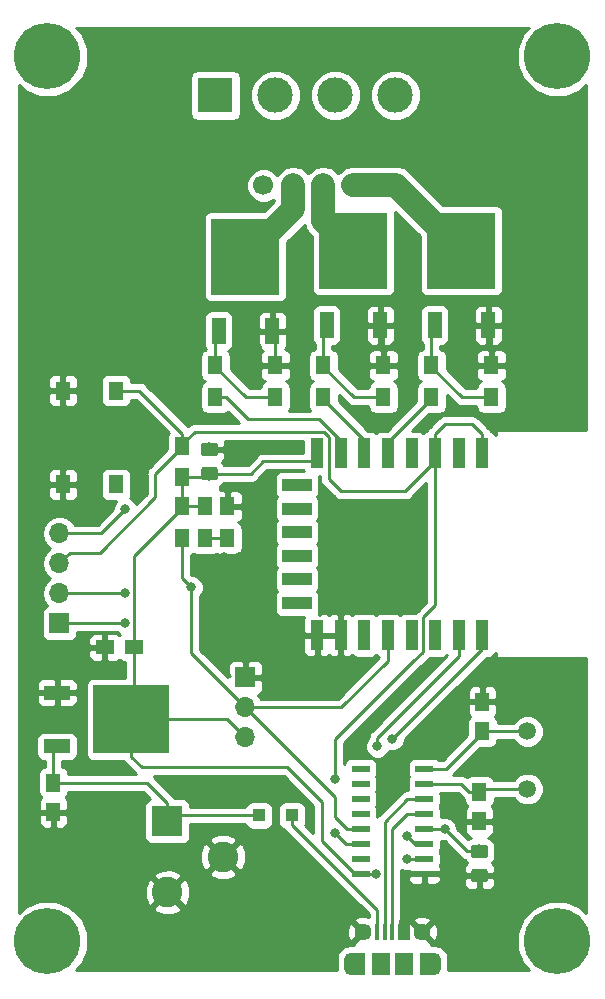
<source format=gtl>
%TF.GenerationSoftware,KiCad,Pcbnew,5.0.1*%
%TF.CreationDate,2018-11-23T03:01:38+01:00*%
%TF.ProjectId,leddings,6C656464696E67732E6B696361645F70,rev?*%
%TF.SameCoordinates,Original*%
%TF.FileFunction,Copper,L1,Top,Signal*%
%TF.FilePolarity,Positive*%
%FSLAX46Y46*%
G04 Gerber Fmt 4.6, Leading zero omitted, Abs format (unit mm)*
G04 Created by KiCad (PCBNEW 5.0.1) date Fr 23 Nov 2018 03:01:38 CET*
%MOMM*%
%LPD*%
G01*
G04 APERTURE LIST*
%ADD10R,1.300000X1.500000*%
%ADD11C,2.600000*%
%ADD12R,2.600000X2.600000*%
%ADD13R,1.500000X0.600000*%
%ADD14R,1.250000X1.500000*%
%ADD15R,1.500000X1.250000*%
%ADD16R,1.200000X1.900000*%
%ADD17O,1.200000X1.900000*%
%ADD18R,1.500000X1.900000*%
%ADD19C,1.450000*%
%ADD20R,0.400000X1.350000*%
%ADD21C,5.600000*%
%ADD22C,1.500000*%
%ADD23R,1.100000X2.500000*%
%ADD24R,2.500000X1.100000*%
%ADD25O,1.700000X1.700000*%
%ADD26R,1.700000X1.700000*%
%ADD27C,0.150000*%
%ADD28C,1.150000*%
%ADD29C,1.700000*%
%ADD30R,1.200000X2.200000*%
%ADD31R,5.800000X6.400000*%
%ADD32R,1.300000X1.550000*%
%ADD33R,2.200000X1.200000*%
%ADD34R,6.400000X5.800000*%
%ADD35C,3.000000*%
%ADD36R,3.000000X3.000000*%
%ADD37R,1.100000X1.100000*%
%ADD38C,0.800000*%
%ADD39C,0.250000*%
%ADD40C,2.000000*%
%ADD41C,0.254000*%
G04 APERTURE END LIST*
D10*
X146304000Y-55372000D03*
X146304000Y-58072000D03*
D11*
X146940000Y-96980000D03*
X142240000Y-99980000D03*
D12*
X142240000Y-93980000D03*
D13*
X158590000Y-98425000D03*
X158590000Y-97155000D03*
X158590000Y-95885000D03*
X158590000Y-94615000D03*
X158590000Y-93345000D03*
X158590000Y-92075000D03*
X158590000Y-90805000D03*
X158590000Y-89535000D03*
X163990000Y-89535000D03*
X163990000Y-90805000D03*
X163990000Y-92075000D03*
X163990000Y-93345000D03*
X163990000Y-94615000D03*
X163990000Y-95885000D03*
X163990000Y-97155000D03*
X163990000Y-98425000D03*
D14*
X132588000Y-90698000D03*
X132588000Y-93198000D03*
D15*
X136926000Y-79248000D03*
X139426000Y-79248000D03*
D14*
X168656000Y-91460000D03*
X168656000Y-93960000D03*
X168910000Y-83840000D03*
X168910000Y-86340000D03*
D16*
X158390000Y-106045000D03*
X164190000Y-106045000D03*
D17*
X164790000Y-106045000D03*
X157790000Y-106045000D03*
D18*
X160290000Y-106045000D03*
D19*
X163790000Y-103345000D03*
D20*
X161290000Y-103345000D03*
X161940000Y-103345000D03*
X162590000Y-103345000D03*
X159990000Y-103345000D03*
X160640000Y-103345000D03*
D19*
X158790000Y-103345000D03*
D18*
X162290000Y-106045000D03*
D21*
X175260000Y-29210000D03*
X132080000Y-104140000D03*
X132080000Y-29210000D03*
X175260000Y-104140000D03*
D10*
X164592000Y-55372000D03*
X164592000Y-58072000D03*
X155448000Y-55372000D03*
X155448000Y-58072000D03*
X169672000Y-55372000D03*
X169672000Y-58072000D03*
X160528000Y-55372000D03*
X160528000Y-58072000D03*
X151384000Y-55372000D03*
X151384000Y-58072000D03*
X143510000Y-64850000D03*
X143510000Y-62150000D03*
X143510000Y-70010000D03*
X143510000Y-67310000D03*
D22*
X172720000Y-86360000D03*
X172720000Y-91240000D03*
D23*
X168910000Y-62800000D03*
X166910000Y-62800000D03*
X164910000Y-62800000D03*
X162910000Y-62800000D03*
X160910000Y-62800000D03*
X158910000Y-62800000D03*
X156910000Y-62800000D03*
X154910000Y-62800000D03*
X154910000Y-78200000D03*
X156910000Y-78200000D03*
X158910000Y-78200000D03*
X160910000Y-78200000D03*
X162910000Y-78200000D03*
X164910000Y-78200000D03*
X166910000Y-78200000D03*
X168910000Y-78200000D03*
D24*
X153210000Y-65490000D03*
X153210000Y-67490000D03*
X153210000Y-69490000D03*
X153210000Y-71490000D03*
X153210000Y-73490000D03*
X153210000Y-75490000D03*
D25*
X133096000Y-69596000D03*
X133096000Y-72136000D03*
X133096000Y-74676000D03*
D26*
X133096000Y-77216000D03*
D25*
X148844000Y-86868000D03*
X148844000Y-84328000D03*
D26*
X148844000Y-81788000D03*
D10*
X147320000Y-70010000D03*
X147320000Y-67310000D03*
X145415000Y-70010000D03*
X145415000Y-67310000D03*
D27*
G36*
X169130505Y-97987204D02*
X169154773Y-97990804D01*
X169178572Y-97996765D01*
X169201671Y-98005030D01*
X169223850Y-98015520D01*
X169244893Y-98028132D01*
X169264599Y-98042747D01*
X169282777Y-98059223D01*
X169299253Y-98077401D01*
X169313868Y-98097107D01*
X169326480Y-98118150D01*
X169336970Y-98140329D01*
X169345235Y-98163428D01*
X169351196Y-98187227D01*
X169354796Y-98211495D01*
X169356000Y-98235999D01*
X169356000Y-98886001D01*
X169354796Y-98910505D01*
X169351196Y-98934773D01*
X169345235Y-98958572D01*
X169336970Y-98981671D01*
X169326480Y-99003850D01*
X169313868Y-99024893D01*
X169299253Y-99044599D01*
X169282777Y-99062777D01*
X169264599Y-99079253D01*
X169244893Y-99093868D01*
X169223850Y-99106480D01*
X169201671Y-99116970D01*
X169178572Y-99125235D01*
X169154773Y-99131196D01*
X169130505Y-99134796D01*
X169106001Y-99136000D01*
X168205999Y-99136000D01*
X168181495Y-99134796D01*
X168157227Y-99131196D01*
X168133428Y-99125235D01*
X168110329Y-99116970D01*
X168088150Y-99106480D01*
X168067107Y-99093868D01*
X168047401Y-99079253D01*
X168029223Y-99062777D01*
X168012747Y-99044599D01*
X167998132Y-99024893D01*
X167985520Y-99003850D01*
X167975030Y-98981671D01*
X167966765Y-98958572D01*
X167960804Y-98934773D01*
X167957204Y-98910505D01*
X167956000Y-98886001D01*
X167956000Y-98235999D01*
X167957204Y-98211495D01*
X167960804Y-98187227D01*
X167966765Y-98163428D01*
X167975030Y-98140329D01*
X167985520Y-98118150D01*
X167998132Y-98097107D01*
X168012747Y-98077401D01*
X168029223Y-98059223D01*
X168047401Y-98042747D01*
X168067107Y-98028132D01*
X168088150Y-98015520D01*
X168110329Y-98005030D01*
X168133428Y-97996765D01*
X168157227Y-97990804D01*
X168181495Y-97987204D01*
X168205999Y-97986000D01*
X169106001Y-97986000D01*
X169130505Y-97987204D01*
X169130505Y-97987204D01*
G37*
D28*
X168656000Y-98561000D03*
D27*
G36*
X169130505Y-95937204D02*
X169154773Y-95940804D01*
X169178572Y-95946765D01*
X169201671Y-95955030D01*
X169223850Y-95965520D01*
X169244893Y-95978132D01*
X169264599Y-95992747D01*
X169282777Y-96009223D01*
X169299253Y-96027401D01*
X169313868Y-96047107D01*
X169326480Y-96068150D01*
X169336970Y-96090329D01*
X169345235Y-96113428D01*
X169351196Y-96137227D01*
X169354796Y-96161495D01*
X169356000Y-96185999D01*
X169356000Y-96836001D01*
X169354796Y-96860505D01*
X169351196Y-96884773D01*
X169345235Y-96908572D01*
X169336970Y-96931671D01*
X169326480Y-96953850D01*
X169313868Y-96974893D01*
X169299253Y-96994599D01*
X169282777Y-97012777D01*
X169264599Y-97029253D01*
X169244893Y-97043868D01*
X169223850Y-97056480D01*
X169201671Y-97066970D01*
X169178572Y-97075235D01*
X169154773Y-97081196D01*
X169130505Y-97084796D01*
X169106001Y-97086000D01*
X168205999Y-97086000D01*
X168181495Y-97084796D01*
X168157227Y-97081196D01*
X168133428Y-97075235D01*
X168110329Y-97066970D01*
X168088150Y-97056480D01*
X168067107Y-97043868D01*
X168047401Y-97029253D01*
X168029223Y-97012777D01*
X168012747Y-96994599D01*
X167998132Y-96974893D01*
X167985520Y-96953850D01*
X167975030Y-96931671D01*
X167966765Y-96908572D01*
X167960804Y-96884773D01*
X167957204Y-96860505D01*
X167956000Y-96836001D01*
X167956000Y-96185999D01*
X167957204Y-96161495D01*
X167960804Y-96137227D01*
X167966765Y-96113428D01*
X167975030Y-96090329D01*
X167985520Y-96068150D01*
X167998132Y-96047107D01*
X168012747Y-96027401D01*
X168029223Y-96009223D01*
X168047401Y-95992747D01*
X168067107Y-95978132D01*
X168088150Y-95965520D01*
X168110329Y-95955030D01*
X168133428Y-95946765D01*
X168157227Y-95940804D01*
X168181495Y-95937204D01*
X168205999Y-95936000D01*
X169106001Y-95936000D01*
X169130505Y-95937204D01*
X169130505Y-95937204D01*
G37*
D28*
X168656000Y-96511000D03*
D29*
X150368000Y-40132000D03*
D25*
X152908000Y-40132000D03*
X155448000Y-40132000D03*
X157988000Y-40132000D03*
D30*
X164852000Y-51952000D03*
X169412000Y-51952000D03*
D31*
X167132000Y-45652000D03*
X157988000Y-45652000D03*
D30*
X160268000Y-51952000D03*
X155708000Y-51952000D03*
D31*
X148844000Y-46160000D03*
D30*
X151124000Y-52460000D03*
X146564000Y-52460000D03*
D32*
X133386000Y-65443000D03*
X133386000Y-57493000D03*
X137886000Y-65443000D03*
X137886000Y-57493000D03*
D33*
X132892000Y-83064000D03*
X132892000Y-87624000D03*
D34*
X139192000Y-85344000D03*
D27*
G36*
X146270910Y-63951202D02*
X146295135Y-63954795D01*
X146318891Y-63960746D01*
X146341949Y-63968996D01*
X146364087Y-63979467D01*
X146385093Y-63992057D01*
X146404763Y-64006645D01*
X146422908Y-64023092D01*
X146439355Y-64041237D01*
X146453943Y-64060907D01*
X146466533Y-64081913D01*
X146477004Y-64104051D01*
X146485254Y-64127109D01*
X146491205Y-64150865D01*
X146494798Y-64175090D01*
X146496000Y-64199550D01*
X146496000Y-64850450D01*
X146494798Y-64874910D01*
X146491205Y-64899135D01*
X146485254Y-64922891D01*
X146477004Y-64945949D01*
X146466533Y-64968087D01*
X146453943Y-64989093D01*
X146439355Y-65008763D01*
X146422908Y-65026908D01*
X146404763Y-65043355D01*
X146385093Y-65057943D01*
X146364087Y-65070533D01*
X146341949Y-65081004D01*
X146318891Y-65089254D01*
X146295135Y-65095205D01*
X146270910Y-65098798D01*
X146246450Y-65100000D01*
X145345550Y-65100000D01*
X145321090Y-65098798D01*
X145296865Y-65095205D01*
X145273109Y-65089254D01*
X145250051Y-65081004D01*
X145227913Y-65070533D01*
X145206907Y-65057943D01*
X145187237Y-65043355D01*
X145169092Y-65026908D01*
X145152645Y-65008763D01*
X145138057Y-64989093D01*
X145125467Y-64968087D01*
X145114996Y-64945949D01*
X145106746Y-64922891D01*
X145100795Y-64899135D01*
X145097202Y-64874910D01*
X145096000Y-64850450D01*
X145096000Y-64199550D01*
X145097202Y-64175090D01*
X145100795Y-64150865D01*
X145106746Y-64127109D01*
X145114996Y-64104051D01*
X145125467Y-64081913D01*
X145138057Y-64060907D01*
X145152645Y-64041237D01*
X145169092Y-64023092D01*
X145187237Y-64006645D01*
X145206907Y-63992057D01*
X145227913Y-63979467D01*
X145250051Y-63968996D01*
X145273109Y-63960746D01*
X145296865Y-63954795D01*
X145321090Y-63951202D01*
X145345550Y-63950000D01*
X146246450Y-63950000D01*
X146270910Y-63951202D01*
X146270910Y-63951202D01*
G37*
D28*
X145796000Y-64525000D03*
D27*
G36*
X146270505Y-61901204D02*
X146294773Y-61904804D01*
X146318572Y-61910765D01*
X146341671Y-61919030D01*
X146363850Y-61929520D01*
X146384893Y-61942132D01*
X146404599Y-61956747D01*
X146422777Y-61973223D01*
X146439253Y-61991401D01*
X146453868Y-62011107D01*
X146466480Y-62032150D01*
X146476970Y-62054329D01*
X146485235Y-62077428D01*
X146491196Y-62101227D01*
X146494796Y-62125495D01*
X146496000Y-62149999D01*
X146496000Y-62800001D01*
X146494796Y-62824505D01*
X146491196Y-62848773D01*
X146485235Y-62872572D01*
X146476970Y-62895671D01*
X146466480Y-62917850D01*
X146453868Y-62938893D01*
X146439253Y-62958599D01*
X146422777Y-62976777D01*
X146404599Y-62993253D01*
X146384893Y-63007868D01*
X146363850Y-63020480D01*
X146341671Y-63030970D01*
X146318572Y-63039235D01*
X146294773Y-63045196D01*
X146270505Y-63048796D01*
X146246001Y-63050000D01*
X145345999Y-63050000D01*
X145321495Y-63048796D01*
X145297227Y-63045196D01*
X145273428Y-63039235D01*
X145250329Y-63030970D01*
X145228150Y-63020480D01*
X145207107Y-63007868D01*
X145187401Y-62993253D01*
X145169223Y-62976777D01*
X145152747Y-62958599D01*
X145138132Y-62938893D01*
X145125520Y-62917850D01*
X145115030Y-62895671D01*
X145106765Y-62872572D01*
X145100804Y-62848773D01*
X145097204Y-62824505D01*
X145096000Y-62800001D01*
X145096000Y-62149999D01*
X145097204Y-62125495D01*
X145100804Y-62101227D01*
X145106765Y-62077428D01*
X145115030Y-62054329D01*
X145125520Y-62032150D01*
X145138132Y-62011107D01*
X145152747Y-61991401D01*
X145169223Y-61973223D01*
X145187401Y-61956747D01*
X145207107Y-61942132D01*
X145228150Y-61929520D01*
X145250329Y-61919030D01*
X145273428Y-61910765D01*
X145297227Y-61904804D01*
X145321495Y-61901204D01*
X145345999Y-61900000D01*
X146246001Y-61900000D01*
X146270505Y-61901204D01*
X146270505Y-61901204D01*
G37*
D28*
X145796000Y-62475000D03*
D35*
X151384000Y-32512000D03*
X156464000Y-32512000D03*
D36*
X146304000Y-32512000D03*
D35*
X161544000Y-32512000D03*
D37*
X149984000Y-93472000D03*
X152784000Y-93472000D03*
D38*
X157480000Y-54864000D03*
X157988000Y-55880000D03*
X149352000Y-54864000D03*
X148336000Y-54864000D03*
X165735000Y-94615000D03*
X159915000Y-98425000D03*
X168148000Y-53848000D03*
X167132000Y-53848000D03*
X167640000Y-54864000D03*
X166624000Y-54864000D03*
X167132000Y-55880000D03*
X168148000Y-55880000D03*
X159004000Y-53848000D03*
X157988000Y-53848000D03*
X158496000Y-54864000D03*
X159004000Y-55880000D03*
X149860000Y-55880000D03*
X148844000Y-55880000D03*
X148844000Y-53848000D03*
X149860000Y-53848000D03*
X147320000Y-62484000D03*
X147066000Y-74168000D03*
X148336000Y-74168000D03*
X147066000Y-72898000D03*
X148336000Y-72898000D03*
X149606000Y-72898000D03*
X149606000Y-74168000D03*
X149606000Y-71628000D03*
X148336000Y-71628000D03*
X147066000Y-71628000D03*
X147066000Y-78232000D03*
X148336000Y-78232000D03*
X149606000Y-78232000D03*
X147066000Y-79502000D03*
X148336000Y-79502000D03*
X149606000Y-79502000D03*
X156464000Y-94996000D03*
X156464000Y-90424000D03*
X138684000Y-67564000D03*
X144272000Y-74168000D03*
X162560000Y-95250000D03*
X161290000Y-86995000D03*
X138684000Y-74676000D03*
X160020000Y-87630000D03*
X162560000Y-97155000D03*
X138684000Y-77216000D03*
D39*
X163540000Y-98425000D02*
X163990000Y-98425000D01*
X162590000Y-103345000D02*
X162590000Y-101630000D01*
X161940000Y-102280000D02*
X161940000Y-103345000D01*
X161940000Y-102280000D02*
X162590000Y-101630000D01*
X163990000Y-94615000D02*
X165735000Y-94615000D01*
X159915000Y-98425000D02*
X158590000Y-98425000D01*
X143510000Y-64850000D02*
X143510000Y-64750000D01*
X169130000Y-91240000D02*
X168910000Y-91460000D01*
X168910000Y-91460000D02*
X168910000Y-91335000D01*
X168930000Y-86360000D02*
X168910000Y-86340000D01*
X172720000Y-86360000D02*
X168930000Y-86360000D01*
X168910000Y-86465000D02*
X168910000Y-86340000D01*
X165840000Y-89535000D02*
X168910000Y-86465000D01*
X163990000Y-89535000D02*
X165840000Y-89535000D01*
X159990000Y-102870000D02*
X160020000Y-102840000D01*
X159990000Y-103345000D02*
X159990000Y-102870000D01*
X142748000Y-93472000D02*
X142240000Y-93980000D01*
X149984000Y-93472000D02*
X142748000Y-93472000D01*
X133463000Y-90698000D02*
X132588000Y-90698000D01*
X140508000Y-90698000D02*
X133463000Y-90698000D01*
X142240000Y-92430000D02*
X140508000Y-90698000D01*
X142240000Y-93980000D02*
X142240000Y-92430000D01*
X132588000Y-87928000D02*
X132892000Y-87624000D01*
X132588000Y-90698000D02*
X132588000Y-87928000D01*
X151384000Y-52720000D02*
X151124000Y-52460000D01*
X151384000Y-55372000D02*
X151384000Y-52720000D01*
X160528000Y-52212000D02*
X160268000Y-51952000D01*
X160528000Y-55372000D02*
X160528000Y-52212000D01*
X169672000Y-52212000D02*
X169412000Y-51952000D01*
X169672000Y-55372000D02*
X169672000Y-52212000D01*
X147311000Y-62475000D02*
X147320000Y-62484000D01*
X167631000Y-96511000D02*
X168656000Y-96511000D01*
X165735000Y-94615000D02*
X167631000Y-96511000D01*
X139403000Y-85133000D02*
X139192000Y-85344000D01*
X139403000Y-82194000D02*
X139403000Y-85133000D01*
X145796000Y-64525000D02*
X149343000Y-64525000D01*
X150368000Y-63500000D02*
X154910000Y-63500000D01*
X149343000Y-64525000D02*
X150368000Y-63500000D01*
X145415000Y-67310000D02*
X143510000Y-67310000D01*
X145471000Y-64850000D02*
X145796000Y-64525000D01*
X143510000Y-64850000D02*
X145471000Y-64850000D01*
X152400000Y-89408000D02*
X155309980Y-92317980D01*
X158140000Y-98425000D02*
X158590000Y-98425000D01*
X139192000Y-88494000D02*
X140106000Y-89408000D01*
X155309980Y-95594980D02*
X158140000Y-98425000D01*
X140106000Y-89408000D02*
X152400000Y-89408000D01*
X139192000Y-85344000D02*
X139192000Y-88494000D01*
X155309980Y-92317980D02*
X155309980Y-95594980D01*
X147320000Y-85344000D02*
X148844000Y-86868000D01*
X139192000Y-85344000D02*
X147320000Y-85344000D01*
X143510000Y-67310000D02*
X143510000Y-64850000D01*
X139426000Y-82171000D02*
X139426000Y-79248000D01*
X139403000Y-82194000D02*
X139426000Y-82171000D01*
X139426000Y-79248000D02*
X139426000Y-71494000D01*
X143510000Y-67410000D02*
X143510000Y-67310000D01*
X139426000Y-71494000D02*
X143510000Y-67410000D01*
X168876000Y-91240000D02*
X168656000Y-91460000D01*
X172720000Y-91240000D02*
X168876000Y-91240000D01*
X164990000Y-90805000D02*
X163990000Y-90805000D01*
X167126000Y-90805000D02*
X164990000Y-90805000D01*
X167781000Y-91460000D02*
X167126000Y-90805000D01*
X168656000Y-91460000D02*
X167781000Y-91460000D01*
X160020000Y-101508000D02*
X160020000Y-101600000D01*
X152784000Y-94272000D02*
X160020000Y-101508000D01*
X152784000Y-93472000D02*
X152784000Y-94272000D01*
X160020000Y-102840000D02*
X160020000Y-101600000D01*
X160910000Y-61854000D02*
X160910000Y-63500000D01*
X164592000Y-58172000D02*
X160910000Y-61854000D01*
X164592000Y-58072000D02*
X164592000Y-58172000D01*
X159004000Y-63406000D02*
X158910000Y-63500000D01*
X158910000Y-62534000D02*
X159004000Y-62440000D01*
X158910000Y-63500000D02*
X158910000Y-62534000D01*
X155448000Y-58172000D02*
X155448000Y-58072000D01*
X159004000Y-61728000D02*
X155448000Y-58172000D01*
X159004000Y-62440000D02*
X159004000Y-61728000D01*
X147204000Y-58072000D02*
X149076000Y-59944000D01*
X146304000Y-58072000D02*
X147204000Y-58072000D01*
X156910000Y-61778588D02*
X156910000Y-63500000D01*
X155075412Y-59944000D02*
X156910000Y-61778588D01*
X149076000Y-59944000D02*
X155075412Y-59944000D01*
D40*
X161612000Y-40132000D02*
X167132000Y-45652000D01*
X157988000Y-40132000D02*
X161612000Y-40132000D01*
X155448000Y-43112000D02*
X155448000Y-40132000D01*
X157988000Y-45652000D02*
X155448000Y-43112000D01*
X152908000Y-42096000D02*
X148844000Y-46160000D01*
X152908000Y-40132000D02*
X152908000Y-42096000D01*
D39*
X162560000Y-93345000D02*
X163990000Y-93345000D01*
X161290000Y-103345000D02*
X161290000Y-94615000D01*
X161290000Y-94615000D02*
X162560000Y-93345000D01*
X163990000Y-92075000D02*
X162560000Y-92075000D01*
X160640000Y-93995000D02*
X160640000Y-103345000D01*
X162560000Y-92075000D02*
X160640000Y-93995000D01*
X164592000Y-55472000D02*
X164592000Y-55372000D01*
X167192000Y-58072000D02*
X164592000Y-55472000D01*
X169672000Y-58072000D02*
X167192000Y-58072000D01*
X164592000Y-52212000D02*
X164852000Y-51952000D01*
X164592000Y-55372000D02*
X164592000Y-52212000D01*
X155448000Y-55472000D02*
X155448000Y-55372000D01*
X158048000Y-58072000D02*
X155448000Y-55472000D01*
X160528000Y-58072000D02*
X158048000Y-58072000D01*
X155448000Y-52212000D02*
X155708000Y-51952000D01*
X155448000Y-55372000D02*
X155448000Y-52212000D01*
X146304000Y-55472000D02*
X146304000Y-55372000D01*
X148904000Y-58072000D02*
X146304000Y-55472000D01*
X151384000Y-58072000D02*
X148904000Y-58072000D01*
X146304000Y-52720000D02*
X146564000Y-52460000D01*
X146304000Y-55372000D02*
X146304000Y-52720000D01*
X168910000Y-63500000D02*
X168910000Y-62414998D01*
X164910000Y-63500000D02*
X164910000Y-62420000D01*
X143425000Y-62065000D02*
X143510000Y-62150000D01*
X138786000Y-57493000D02*
X137886000Y-57493000D01*
X139853000Y-57493000D02*
X138786000Y-57493000D01*
X143510000Y-61150000D02*
X139853000Y-57493000D01*
X143510000Y-62150000D02*
X143510000Y-61150000D01*
X133945999Y-71286001D02*
X136485999Y-71286001D01*
X133096000Y-72136000D02*
X133945999Y-71286001D01*
X136485999Y-71286001D02*
X141224000Y-66548000D01*
X143510000Y-62250000D02*
X143510000Y-62150000D01*
X141224000Y-64536000D02*
X143510000Y-62250000D01*
X141224000Y-66548000D02*
X141224000Y-64536000D01*
X158590000Y-95885000D02*
X157353000Y-95885000D01*
X157353000Y-95885000D02*
X156464000Y-94996000D01*
X168910000Y-61214000D02*
X168910000Y-63500000D01*
X168021000Y-60325000D02*
X168910000Y-61214000D01*
X165735000Y-60325000D02*
X168021000Y-60325000D01*
X164910000Y-63500000D02*
X164910000Y-61150000D01*
X164910000Y-61150000D02*
X165735000Y-60325000D01*
X156464000Y-90424000D02*
X156464000Y-87031002D01*
X162370000Y-66040000D02*
X164910000Y-63500000D01*
X156972000Y-66040000D02*
X162370000Y-66040000D01*
X155892500Y-64960500D02*
X156972000Y-66040000D01*
X143510000Y-62150000D02*
X143510000Y-62050000D01*
X143510000Y-62050000D02*
X144536500Y-61023500D01*
X144536500Y-61023500D02*
X155511500Y-61023500D01*
X155511500Y-61023500D02*
X155892500Y-61404500D01*
X155892500Y-61404500D02*
X155892500Y-64960500D01*
X163893500Y-76708000D02*
X163893500Y-79601502D01*
X164910000Y-75691500D02*
X163893500Y-76708000D01*
X164910000Y-63500000D02*
X164910000Y-75691500D01*
X156464000Y-87031002D02*
X163068000Y-80427002D01*
X163893500Y-79601502D02*
X163068000Y-80427002D01*
X158140000Y-94615000D02*
X158590000Y-94615000D01*
X160910000Y-77500000D02*
X160910000Y-78585002D01*
X133096000Y-69596000D02*
X136652000Y-69596000D01*
X136652000Y-69596000D02*
X138684000Y-67564000D01*
X143764000Y-73660000D02*
X144272000Y-74168000D01*
X143510000Y-73406000D02*
X143764000Y-73660000D01*
X143510000Y-70010000D02*
X143510000Y-73406000D01*
X144272000Y-79756000D02*
X144272000Y-74168000D01*
X148844000Y-84328000D02*
X144272000Y-79756000D01*
X160910000Y-80390000D02*
X160910000Y-77500000D01*
X148844000Y-84328000D02*
X156972000Y-84328000D01*
X156972000Y-84328000D02*
X160910000Y-80390000D01*
X156464000Y-93599000D02*
X157480000Y-94615000D01*
X156464000Y-91948000D02*
X156464000Y-93599000D01*
X148844000Y-84328000D02*
X156464000Y-91948000D01*
X158590000Y-94615000D02*
X157480000Y-94615000D01*
X163990000Y-95885000D02*
X163195000Y-95885000D01*
X163195000Y-95885000D02*
X162560000Y-95250000D01*
X168910000Y-79375000D02*
X168910000Y-77500000D01*
X161290000Y-86995000D02*
X168910000Y-79375000D01*
X133096000Y-74676000D02*
X138684000Y-74676000D01*
X162560000Y-97155000D02*
X163990000Y-97155000D01*
X166910000Y-77500000D02*
X166910000Y-80010000D01*
X160020000Y-86900000D02*
X160020000Y-87630000D01*
X166910000Y-80010000D02*
X160020000Y-86900000D01*
X133096000Y-77216000D02*
X138684000Y-77216000D01*
X145415000Y-70010000D02*
X147320000Y-70010000D01*
D41*
G36*
X170053000Y-80010000D02*
X170062667Y-80058601D01*
X170090197Y-80099803D01*
X170131399Y-80127333D01*
X170180000Y-80137000D01*
X177673000Y-80137000D01*
X177673000Y-101695176D01*
X177205771Y-101227947D01*
X175943264Y-100705000D01*
X174576736Y-100705000D01*
X173314229Y-101227947D01*
X172347947Y-102194229D01*
X171825000Y-103456736D01*
X171825000Y-104823264D01*
X172347947Y-106085771D01*
X172815176Y-106553000D01*
X166017767Y-106553000D01*
X166025000Y-106516635D01*
X166025000Y-105573364D01*
X165953344Y-105213127D01*
X165680385Y-104804615D01*
X165271872Y-104531656D01*
X164790000Y-104435805D01*
X164730904Y-104447560D01*
X164523169Y-104447560D01*
X164563793Y-104298398D01*
X163790000Y-103524605D01*
X163775858Y-103538748D01*
X163596253Y-103359143D01*
X163610395Y-103345000D01*
X163969605Y-103345000D01*
X164743398Y-104118793D01*
X164981753Y-104053878D01*
X165162312Y-103543854D01*
X165133949Y-103003556D01*
X164981753Y-102636122D01*
X164743398Y-102571207D01*
X163969605Y-103345000D01*
X163610395Y-103345000D01*
X162836602Y-102571207D01*
X162598247Y-102636122D01*
X162417688Y-103146146D01*
X162446051Y-103686444D01*
X162528710Y-103886000D01*
X162137440Y-103886000D01*
X162137440Y-102670000D01*
X162088157Y-102422235D01*
X162067689Y-102391602D01*
X163016207Y-102391602D01*
X163790000Y-103165395D01*
X164563793Y-102391602D01*
X164498878Y-102153247D01*
X163988854Y-101972688D01*
X163448556Y-102001051D01*
X163081122Y-102153247D01*
X163016207Y-102391602D01*
X162067689Y-102391602D01*
X162050000Y-102365129D01*
X162050000Y-98710750D01*
X162605000Y-98710750D01*
X162605000Y-98851310D01*
X162701673Y-99084699D01*
X162880302Y-99263327D01*
X163113691Y-99360000D01*
X163704250Y-99360000D01*
X163863000Y-99201250D01*
X163863000Y-98552000D01*
X164117000Y-98552000D01*
X164117000Y-99201250D01*
X164275750Y-99360000D01*
X164866309Y-99360000D01*
X165099698Y-99263327D01*
X165278327Y-99084699D01*
X165375000Y-98851310D01*
X165375000Y-98846750D01*
X167321000Y-98846750D01*
X167321000Y-99262309D01*
X167417673Y-99495698D01*
X167596301Y-99674327D01*
X167829690Y-99771000D01*
X168370250Y-99771000D01*
X168529000Y-99612250D01*
X168529000Y-98688000D01*
X168783000Y-98688000D01*
X168783000Y-99612250D01*
X168941750Y-99771000D01*
X169482310Y-99771000D01*
X169715699Y-99674327D01*
X169894327Y-99495698D01*
X169991000Y-99262309D01*
X169991000Y-98846750D01*
X169832250Y-98688000D01*
X168783000Y-98688000D01*
X168529000Y-98688000D01*
X167479750Y-98688000D01*
X167321000Y-98846750D01*
X165375000Y-98846750D01*
X165375000Y-98710750D01*
X165216250Y-98552000D01*
X164117000Y-98552000D01*
X163863000Y-98552000D01*
X162763750Y-98552000D01*
X162605000Y-98710750D01*
X162050000Y-98710750D01*
X162050000Y-98064027D01*
X162354126Y-98190000D01*
X162655750Y-98190000D01*
X162763750Y-98298000D01*
X163863000Y-98298000D01*
X163863000Y-98278000D01*
X164117000Y-98278000D01*
X164117000Y-98298000D01*
X165216250Y-98298000D01*
X165375000Y-98139250D01*
X165375000Y-97998690D01*
X165285232Y-97781972D01*
X165338157Y-97702765D01*
X165387440Y-97455000D01*
X165387440Y-96855000D01*
X165338157Y-96607235D01*
X165279868Y-96520000D01*
X165338157Y-96432765D01*
X165387440Y-96185000D01*
X165387440Y-95591312D01*
X165529126Y-95650000D01*
X165695199Y-95650000D01*
X167040671Y-96995473D01*
X167083071Y-97058929D01*
X167334463Y-97226904D01*
X167419953Y-97243909D01*
X167571414Y-97470586D01*
X167572597Y-97471377D01*
X167417673Y-97626302D01*
X167321000Y-97859691D01*
X167321000Y-98275250D01*
X167479750Y-98434000D01*
X168529000Y-98434000D01*
X168529000Y-98414000D01*
X168783000Y-98414000D01*
X168783000Y-98434000D01*
X169832250Y-98434000D01*
X169991000Y-98275250D01*
X169991000Y-97859691D01*
X169894327Y-97626302D01*
X169739403Y-97471377D01*
X169740586Y-97470586D01*
X169935127Y-97179436D01*
X170003440Y-96836001D01*
X170003440Y-96185999D01*
X169935127Y-95842564D01*
X169740586Y-95551414D01*
X169449436Y-95356873D01*
X169389746Y-95345000D01*
X169407310Y-95345000D01*
X169640699Y-95248327D01*
X169819327Y-95069698D01*
X169916000Y-94836309D01*
X169916000Y-94245750D01*
X169757250Y-94087000D01*
X168783000Y-94087000D01*
X168783000Y-94107000D01*
X168529000Y-94107000D01*
X168529000Y-94087000D01*
X167554750Y-94087000D01*
X167396000Y-94245750D01*
X167396000Y-94836309D01*
X167492673Y-95069698D01*
X167671301Y-95248327D01*
X167904690Y-95345000D01*
X167922254Y-95345000D01*
X167862564Y-95356873D01*
X167676200Y-95481398D01*
X166770000Y-94575199D01*
X166770000Y-94409126D01*
X166612431Y-94028720D01*
X166321280Y-93737569D01*
X165940874Y-93580000D01*
X165529126Y-93580000D01*
X165387440Y-93638688D01*
X165387440Y-93045000D01*
X165338157Y-92797235D01*
X165279868Y-92710000D01*
X165338157Y-92622765D01*
X165387440Y-92375000D01*
X165387440Y-91775000D01*
X165345669Y-91565000D01*
X166811199Y-91565000D01*
X167190671Y-91944473D01*
X167233071Y-92007929D01*
X167383560Y-92108483D01*
X167383560Y-92210000D01*
X167432843Y-92457765D01*
X167573191Y-92667809D01*
X167634320Y-92708654D01*
X167492673Y-92850302D01*
X167396000Y-93083691D01*
X167396000Y-93674250D01*
X167554750Y-93833000D01*
X168529000Y-93833000D01*
X168529000Y-93813000D01*
X168783000Y-93813000D01*
X168783000Y-93833000D01*
X169757250Y-93833000D01*
X169916000Y-93674250D01*
X169916000Y-93083691D01*
X169819327Y-92850302D01*
X169677680Y-92708654D01*
X169738809Y-92667809D01*
X169879157Y-92457765D01*
X169928440Y-92210000D01*
X169928440Y-92000000D01*
X171535688Y-92000000D01*
X171545853Y-92024540D01*
X171935460Y-92414147D01*
X172444506Y-92625000D01*
X172995494Y-92625000D01*
X173504540Y-92414147D01*
X173894147Y-92024540D01*
X174105000Y-91515494D01*
X174105000Y-90964506D01*
X173894147Y-90455460D01*
X173504540Y-90065853D01*
X172995494Y-89855000D01*
X172444506Y-89855000D01*
X171935460Y-90065853D01*
X171545853Y-90455460D01*
X171535688Y-90480000D01*
X169882691Y-90480000D01*
X169879157Y-90462235D01*
X169738809Y-90252191D01*
X169528765Y-90111843D01*
X169281000Y-90062560D01*
X168031000Y-90062560D01*
X167783235Y-90111843D01*
X167619908Y-90220975D01*
X167422537Y-90089096D01*
X167200852Y-90045000D01*
X167200847Y-90045000D01*
X167126000Y-90030112D01*
X167051153Y-90045000D01*
X166413272Y-90045000D01*
X166430331Y-90019470D01*
X168712362Y-87737440D01*
X169535000Y-87737440D01*
X169782765Y-87688157D01*
X169992809Y-87547809D01*
X170133157Y-87337765D01*
X170176473Y-87120000D01*
X171535688Y-87120000D01*
X171545853Y-87144540D01*
X171935460Y-87534147D01*
X172444506Y-87745000D01*
X172995494Y-87745000D01*
X173504540Y-87534147D01*
X173894147Y-87144540D01*
X174105000Y-86635494D01*
X174105000Y-86084506D01*
X173894147Y-85575460D01*
X173504540Y-85185853D01*
X172995494Y-84975000D01*
X172444506Y-84975000D01*
X171935460Y-85185853D01*
X171545853Y-85575460D01*
X171535688Y-85600000D01*
X170182440Y-85600000D01*
X170182440Y-85590000D01*
X170133157Y-85342235D01*
X169992809Y-85132191D01*
X169931680Y-85091346D01*
X170073327Y-84949698D01*
X170170000Y-84716309D01*
X170170000Y-84125750D01*
X170011250Y-83967000D01*
X169037000Y-83967000D01*
X169037000Y-83987000D01*
X168783000Y-83987000D01*
X168783000Y-83967000D01*
X167808750Y-83967000D01*
X167650000Y-84125750D01*
X167650000Y-84716309D01*
X167746673Y-84949698D01*
X167888320Y-85091346D01*
X167827191Y-85132191D01*
X167686843Y-85342235D01*
X167637560Y-85590000D01*
X167637560Y-86662638D01*
X165525199Y-88775000D01*
X165194530Y-88775000D01*
X164987765Y-88636843D01*
X164740000Y-88587560D01*
X163240000Y-88587560D01*
X162992235Y-88636843D01*
X162782191Y-88777191D01*
X162641843Y-88987235D01*
X162592560Y-89235000D01*
X162592560Y-89835000D01*
X162641843Y-90082765D01*
X162700132Y-90170000D01*
X162641843Y-90257235D01*
X162592560Y-90505000D01*
X162592560Y-91105000D01*
X162634310Y-91314893D01*
X162559999Y-91300112D01*
X162485152Y-91315000D01*
X162485148Y-91315000D01*
X162263463Y-91359096D01*
X162012071Y-91527071D01*
X161969671Y-91590527D01*
X160155530Y-93404669D01*
X160092071Y-93447071D01*
X159987440Y-93603663D01*
X159987440Y-93045000D01*
X159938157Y-92797235D01*
X159879868Y-92710000D01*
X159938157Y-92622765D01*
X159987440Y-92375000D01*
X159987440Y-91775000D01*
X159938157Y-91527235D01*
X159879868Y-91440000D01*
X159938157Y-91352765D01*
X159987440Y-91105000D01*
X159987440Y-90505000D01*
X159938157Y-90257235D01*
X159879868Y-90170000D01*
X159938157Y-90082765D01*
X159987440Y-89835000D01*
X159987440Y-89235000D01*
X159938157Y-88987235D01*
X159797809Y-88777191D01*
X159587765Y-88636843D01*
X159340000Y-88587560D01*
X157840000Y-88587560D01*
X157592235Y-88636843D01*
X157382191Y-88777191D01*
X157241843Y-88987235D01*
X157224000Y-89076939D01*
X157224000Y-87345803D01*
X163658329Y-80911476D01*
X163658333Y-80911471D01*
X164377975Y-80191829D01*
X164441429Y-80149431D01*
X164476168Y-80097440D01*
X165460000Y-80097440D01*
X165707765Y-80048157D01*
X165910000Y-79913027D01*
X165923290Y-79921907D01*
X159535530Y-86309669D01*
X159472071Y-86352071D01*
X159304096Y-86603464D01*
X159260000Y-86825149D01*
X159260000Y-86825153D01*
X159245112Y-86900000D01*
X159251944Y-86934345D01*
X159142569Y-87043720D01*
X158985000Y-87424126D01*
X158985000Y-87835874D01*
X159142569Y-88216280D01*
X159433720Y-88507431D01*
X159814126Y-88665000D01*
X160225874Y-88665000D01*
X160606280Y-88507431D01*
X160897431Y-88216280D01*
X160990632Y-87991273D01*
X161084126Y-88030000D01*
X161495874Y-88030000D01*
X161876280Y-87872431D01*
X162167431Y-87581280D01*
X162325000Y-87200874D01*
X162325000Y-87034801D01*
X166396111Y-82963691D01*
X167650000Y-82963691D01*
X167650000Y-83554250D01*
X167808750Y-83713000D01*
X168783000Y-83713000D01*
X168783000Y-82613750D01*
X169037000Y-82613750D01*
X169037000Y-83713000D01*
X170011250Y-83713000D01*
X170170000Y-83554250D01*
X170170000Y-82963691D01*
X170073327Y-82730302D01*
X169894699Y-82551673D01*
X169661310Y-82455000D01*
X169195750Y-82455000D01*
X169037000Y-82613750D01*
X168783000Y-82613750D01*
X168624250Y-82455000D01*
X168158690Y-82455000D01*
X167925301Y-82551673D01*
X167746673Y-82730302D01*
X167650000Y-82963691D01*
X166396111Y-82963691D01*
X169262363Y-80097440D01*
X169460000Y-80097440D01*
X169707765Y-80048157D01*
X169917809Y-79907809D01*
X170053000Y-79705483D01*
X170053000Y-80010000D01*
X170053000Y-80010000D01*
G37*
X170053000Y-80010000D02*
X170062667Y-80058601D01*
X170090197Y-80099803D01*
X170131399Y-80127333D01*
X170180000Y-80137000D01*
X177673000Y-80137000D01*
X177673000Y-101695176D01*
X177205771Y-101227947D01*
X175943264Y-100705000D01*
X174576736Y-100705000D01*
X173314229Y-101227947D01*
X172347947Y-102194229D01*
X171825000Y-103456736D01*
X171825000Y-104823264D01*
X172347947Y-106085771D01*
X172815176Y-106553000D01*
X166017767Y-106553000D01*
X166025000Y-106516635D01*
X166025000Y-105573364D01*
X165953344Y-105213127D01*
X165680385Y-104804615D01*
X165271872Y-104531656D01*
X164790000Y-104435805D01*
X164730904Y-104447560D01*
X164523169Y-104447560D01*
X164563793Y-104298398D01*
X163790000Y-103524605D01*
X163775858Y-103538748D01*
X163596253Y-103359143D01*
X163610395Y-103345000D01*
X163969605Y-103345000D01*
X164743398Y-104118793D01*
X164981753Y-104053878D01*
X165162312Y-103543854D01*
X165133949Y-103003556D01*
X164981753Y-102636122D01*
X164743398Y-102571207D01*
X163969605Y-103345000D01*
X163610395Y-103345000D01*
X162836602Y-102571207D01*
X162598247Y-102636122D01*
X162417688Y-103146146D01*
X162446051Y-103686444D01*
X162528710Y-103886000D01*
X162137440Y-103886000D01*
X162137440Y-102670000D01*
X162088157Y-102422235D01*
X162067689Y-102391602D01*
X163016207Y-102391602D01*
X163790000Y-103165395D01*
X164563793Y-102391602D01*
X164498878Y-102153247D01*
X163988854Y-101972688D01*
X163448556Y-102001051D01*
X163081122Y-102153247D01*
X163016207Y-102391602D01*
X162067689Y-102391602D01*
X162050000Y-102365129D01*
X162050000Y-98710750D01*
X162605000Y-98710750D01*
X162605000Y-98851310D01*
X162701673Y-99084699D01*
X162880302Y-99263327D01*
X163113691Y-99360000D01*
X163704250Y-99360000D01*
X163863000Y-99201250D01*
X163863000Y-98552000D01*
X164117000Y-98552000D01*
X164117000Y-99201250D01*
X164275750Y-99360000D01*
X164866309Y-99360000D01*
X165099698Y-99263327D01*
X165278327Y-99084699D01*
X165375000Y-98851310D01*
X165375000Y-98846750D01*
X167321000Y-98846750D01*
X167321000Y-99262309D01*
X167417673Y-99495698D01*
X167596301Y-99674327D01*
X167829690Y-99771000D01*
X168370250Y-99771000D01*
X168529000Y-99612250D01*
X168529000Y-98688000D01*
X168783000Y-98688000D01*
X168783000Y-99612250D01*
X168941750Y-99771000D01*
X169482310Y-99771000D01*
X169715699Y-99674327D01*
X169894327Y-99495698D01*
X169991000Y-99262309D01*
X169991000Y-98846750D01*
X169832250Y-98688000D01*
X168783000Y-98688000D01*
X168529000Y-98688000D01*
X167479750Y-98688000D01*
X167321000Y-98846750D01*
X165375000Y-98846750D01*
X165375000Y-98710750D01*
X165216250Y-98552000D01*
X164117000Y-98552000D01*
X163863000Y-98552000D01*
X162763750Y-98552000D01*
X162605000Y-98710750D01*
X162050000Y-98710750D01*
X162050000Y-98064027D01*
X162354126Y-98190000D01*
X162655750Y-98190000D01*
X162763750Y-98298000D01*
X163863000Y-98298000D01*
X163863000Y-98278000D01*
X164117000Y-98278000D01*
X164117000Y-98298000D01*
X165216250Y-98298000D01*
X165375000Y-98139250D01*
X165375000Y-97998690D01*
X165285232Y-97781972D01*
X165338157Y-97702765D01*
X165387440Y-97455000D01*
X165387440Y-96855000D01*
X165338157Y-96607235D01*
X165279868Y-96520000D01*
X165338157Y-96432765D01*
X165387440Y-96185000D01*
X165387440Y-95591312D01*
X165529126Y-95650000D01*
X165695199Y-95650000D01*
X167040671Y-96995473D01*
X167083071Y-97058929D01*
X167334463Y-97226904D01*
X167419953Y-97243909D01*
X167571414Y-97470586D01*
X167572597Y-97471377D01*
X167417673Y-97626302D01*
X167321000Y-97859691D01*
X167321000Y-98275250D01*
X167479750Y-98434000D01*
X168529000Y-98434000D01*
X168529000Y-98414000D01*
X168783000Y-98414000D01*
X168783000Y-98434000D01*
X169832250Y-98434000D01*
X169991000Y-98275250D01*
X169991000Y-97859691D01*
X169894327Y-97626302D01*
X169739403Y-97471377D01*
X169740586Y-97470586D01*
X169935127Y-97179436D01*
X170003440Y-96836001D01*
X170003440Y-96185999D01*
X169935127Y-95842564D01*
X169740586Y-95551414D01*
X169449436Y-95356873D01*
X169389746Y-95345000D01*
X169407310Y-95345000D01*
X169640699Y-95248327D01*
X169819327Y-95069698D01*
X169916000Y-94836309D01*
X169916000Y-94245750D01*
X169757250Y-94087000D01*
X168783000Y-94087000D01*
X168783000Y-94107000D01*
X168529000Y-94107000D01*
X168529000Y-94087000D01*
X167554750Y-94087000D01*
X167396000Y-94245750D01*
X167396000Y-94836309D01*
X167492673Y-95069698D01*
X167671301Y-95248327D01*
X167904690Y-95345000D01*
X167922254Y-95345000D01*
X167862564Y-95356873D01*
X167676200Y-95481398D01*
X166770000Y-94575199D01*
X166770000Y-94409126D01*
X166612431Y-94028720D01*
X166321280Y-93737569D01*
X165940874Y-93580000D01*
X165529126Y-93580000D01*
X165387440Y-93638688D01*
X165387440Y-93045000D01*
X165338157Y-92797235D01*
X165279868Y-92710000D01*
X165338157Y-92622765D01*
X165387440Y-92375000D01*
X165387440Y-91775000D01*
X165345669Y-91565000D01*
X166811199Y-91565000D01*
X167190671Y-91944473D01*
X167233071Y-92007929D01*
X167383560Y-92108483D01*
X167383560Y-92210000D01*
X167432843Y-92457765D01*
X167573191Y-92667809D01*
X167634320Y-92708654D01*
X167492673Y-92850302D01*
X167396000Y-93083691D01*
X167396000Y-93674250D01*
X167554750Y-93833000D01*
X168529000Y-93833000D01*
X168529000Y-93813000D01*
X168783000Y-93813000D01*
X168783000Y-93833000D01*
X169757250Y-93833000D01*
X169916000Y-93674250D01*
X169916000Y-93083691D01*
X169819327Y-92850302D01*
X169677680Y-92708654D01*
X169738809Y-92667809D01*
X169879157Y-92457765D01*
X169928440Y-92210000D01*
X169928440Y-92000000D01*
X171535688Y-92000000D01*
X171545853Y-92024540D01*
X171935460Y-92414147D01*
X172444506Y-92625000D01*
X172995494Y-92625000D01*
X173504540Y-92414147D01*
X173894147Y-92024540D01*
X174105000Y-91515494D01*
X174105000Y-90964506D01*
X173894147Y-90455460D01*
X173504540Y-90065853D01*
X172995494Y-89855000D01*
X172444506Y-89855000D01*
X171935460Y-90065853D01*
X171545853Y-90455460D01*
X171535688Y-90480000D01*
X169882691Y-90480000D01*
X169879157Y-90462235D01*
X169738809Y-90252191D01*
X169528765Y-90111843D01*
X169281000Y-90062560D01*
X168031000Y-90062560D01*
X167783235Y-90111843D01*
X167619908Y-90220975D01*
X167422537Y-90089096D01*
X167200852Y-90045000D01*
X167200847Y-90045000D01*
X167126000Y-90030112D01*
X167051153Y-90045000D01*
X166413272Y-90045000D01*
X166430331Y-90019470D01*
X168712362Y-87737440D01*
X169535000Y-87737440D01*
X169782765Y-87688157D01*
X169992809Y-87547809D01*
X170133157Y-87337765D01*
X170176473Y-87120000D01*
X171535688Y-87120000D01*
X171545853Y-87144540D01*
X171935460Y-87534147D01*
X172444506Y-87745000D01*
X172995494Y-87745000D01*
X173504540Y-87534147D01*
X173894147Y-87144540D01*
X174105000Y-86635494D01*
X174105000Y-86084506D01*
X173894147Y-85575460D01*
X173504540Y-85185853D01*
X172995494Y-84975000D01*
X172444506Y-84975000D01*
X171935460Y-85185853D01*
X171545853Y-85575460D01*
X171535688Y-85600000D01*
X170182440Y-85600000D01*
X170182440Y-85590000D01*
X170133157Y-85342235D01*
X169992809Y-85132191D01*
X169931680Y-85091346D01*
X170073327Y-84949698D01*
X170170000Y-84716309D01*
X170170000Y-84125750D01*
X170011250Y-83967000D01*
X169037000Y-83967000D01*
X169037000Y-83987000D01*
X168783000Y-83987000D01*
X168783000Y-83967000D01*
X167808750Y-83967000D01*
X167650000Y-84125750D01*
X167650000Y-84716309D01*
X167746673Y-84949698D01*
X167888320Y-85091346D01*
X167827191Y-85132191D01*
X167686843Y-85342235D01*
X167637560Y-85590000D01*
X167637560Y-86662638D01*
X165525199Y-88775000D01*
X165194530Y-88775000D01*
X164987765Y-88636843D01*
X164740000Y-88587560D01*
X163240000Y-88587560D01*
X162992235Y-88636843D01*
X162782191Y-88777191D01*
X162641843Y-88987235D01*
X162592560Y-89235000D01*
X162592560Y-89835000D01*
X162641843Y-90082765D01*
X162700132Y-90170000D01*
X162641843Y-90257235D01*
X162592560Y-90505000D01*
X162592560Y-91105000D01*
X162634310Y-91314893D01*
X162559999Y-91300112D01*
X162485152Y-91315000D01*
X162485148Y-91315000D01*
X162263463Y-91359096D01*
X162012071Y-91527071D01*
X161969671Y-91590527D01*
X160155530Y-93404669D01*
X160092071Y-93447071D01*
X159987440Y-93603663D01*
X159987440Y-93045000D01*
X159938157Y-92797235D01*
X159879868Y-92710000D01*
X159938157Y-92622765D01*
X159987440Y-92375000D01*
X159987440Y-91775000D01*
X159938157Y-91527235D01*
X159879868Y-91440000D01*
X159938157Y-91352765D01*
X159987440Y-91105000D01*
X159987440Y-90505000D01*
X159938157Y-90257235D01*
X159879868Y-90170000D01*
X159938157Y-90082765D01*
X159987440Y-89835000D01*
X159987440Y-89235000D01*
X159938157Y-88987235D01*
X159797809Y-88777191D01*
X159587765Y-88636843D01*
X159340000Y-88587560D01*
X157840000Y-88587560D01*
X157592235Y-88636843D01*
X157382191Y-88777191D01*
X157241843Y-88987235D01*
X157224000Y-89076939D01*
X157224000Y-87345803D01*
X163658329Y-80911476D01*
X163658333Y-80911471D01*
X164377975Y-80191829D01*
X164441429Y-80149431D01*
X164476168Y-80097440D01*
X165460000Y-80097440D01*
X165707765Y-80048157D01*
X165910000Y-79913027D01*
X165923290Y-79921907D01*
X159535530Y-86309669D01*
X159472071Y-86352071D01*
X159304096Y-86603464D01*
X159260000Y-86825149D01*
X159260000Y-86825153D01*
X159245112Y-86900000D01*
X159251944Y-86934345D01*
X159142569Y-87043720D01*
X158985000Y-87424126D01*
X158985000Y-87835874D01*
X159142569Y-88216280D01*
X159433720Y-88507431D01*
X159814126Y-88665000D01*
X160225874Y-88665000D01*
X160606280Y-88507431D01*
X160897431Y-88216280D01*
X160990632Y-87991273D01*
X161084126Y-88030000D01*
X161495874Y-88030000D01*
X161876280Y-87872431D01*
X162167431Y-87581280D01*
X162325000Y-87200874D01*
X162325000Y-87034801D01*
X166396111Y-82963691D01*
X167650000Y-82963691D01*
X167650000Y-83554250D01*
X167808750Y-83713000D01*
X168783000Y-83713000D01*
X168783000Y-82613750D01*
X169037000Y-82613750D01*
X169037000Y-83713000D01*
X170011250Y-83713000D01*
X170170000Y-83554250D01*
X170170000Y-82963691D01*
X170073327Y-82730302D01*
X169894699Y-82551673D01*
X169661310Y-82455000D01*
X169195750Y-82455000D01*
X169037000Y-82613750D01*
X168783000Y-82613750D01*
X168624250Y-82455000D01*
X168158690Y-82455000D01*
X167925301Y-82551673D01*
X167746673Y-82730302D01*
X167650000Y-82963691D01*
X166396111Y-82963691D01*
X169262363Y-80097440D01*
X169460000Y-80097440D01*
X169707765Y-80048157D01*
X169917809Y-79907809D01*
X170053000Y-79705483D01*
X170053000Y-80010000D01*
G36*
X172347947Y-27264229D02*
X171825000Y-28526736D01*
X171825000Y-29893264D01*
X172347947Y-31155771D01*
X173314229Y-32122053D01*
X174576736Y-32645000D01*
X175943264Y-32645000D01*
X177205771Y-32122053D01*
X177673000Y-31654824D01*
X177673000Y-60833000D01*
X170180000Y-60833000D01*
X170131399Y-60842667D01*
X170090197Y-60870197D01*
X170062667Y-60911399D01*
X170053000Y-60960000D01*
X170053000Y-61294517D01*
X169917809Y-61092191D01*
X169707765Y-60951843D01*
X169629652Y-60936306D01*
X169625904Y-60917463D01*
X169457929Y-60666071D01*
X169394473Y-60623671D01*
X168611331Y-59840530D01*
X168568929Y-59777071D01*
X168317537Y-59609096D01*
X168095852Y-59565000D01*
X168095847Y-59565000D01*
X168021000Y-59550112D01*
X167946153Y-59565000D01*
X165809846Y-59565000D01*
X165734999Y-59550112D01*
X165660152Y-59565000D01*
X165660148Y-59565000D01*
X165438463Y-59609096D01*
X165187071Y-59777071D01*
X165144671Y-59840527D01*
X164425528Y-60559671D01*
X164362072Y-60602071D01*
X164319672Y-60665527D01*
X164319671Y-60665528D01*
X164194097Y-60853463D01*
X164177094Y-60938942D01*
X164112235Y-60951843D01*
X163910000Y-61086973D01*
X163707765Y-60951843D01*
X163460000Y-60902560D01*
X162936242Y-60902560D01*
X164369363Y-59469440D01*
X165242000Y-59469440D01*
X165489765Y-59420157D01*
X165699809Y-59279809D01*
X165840157Y-59069765D01*
X165889440Y-58822000D01*
X165889440Y-57844242D01*
X166601670Y-58556472D01*
X166644071Y-58619929D01*
X166895463Y-58787904D01*
X167117148Y-58832000D01*
X167117152Y-58832000D01*
X167191999Y-58846888D01*
X167266846Y-58832000D01*
X168376549Y-58832000D01*
X168423843Y-59069765D01*
X168564191Y-59279809D01*
X168774235Y-59420157D01*
X169022000Y-59469440D01*
X170322000Y-59469440D01*
X170569765Y-59420157D01*
X170779809Y-59279809D01*
X170920157Y-59069765D01*
X170969440Y-58822000D01*
X170969440Y-57322000D01*
X170920157Y-57074235D01*
X170779809Y-56864191D01*
X170569765Y-56723843D01*
X170541791Y-56718279D01*
X170681699Y-56660327D01*
X170860327Y-56481698D01*
X170957000Y-56248309D01*
X170957000Y-55657750D01*
X170798250Y-55499000D01*
X169799000Y-55499000D01*
X169799000Y-55519000D01*
X169545000Y-55519000D01*
X169545000Y-55499000D01*
X168545750Y-55499000D01*
X168387000Y-55657750D01*
X168387000Y-56248309D01*
X168483673Y-56481698D01*
X168662301Y-56660327D01*
X168802209Y-56718279D01*
X168774235Y-56723843D01*
X168564191Y-56864191D01*
X168423843Y-57074235D01*
X168376549Y-57312000D01*
X167506802Y-57312000D01*
X165889440Y-55694639D01*
X165889440Y-54622000D01*
X165864316Y-54495691D01*
X168387000Y-54495691D01*
X168387000Y-55086250D01*
X168545750Y-55245000D01*
X169545000Y-55245000D01*
X169545000Y-54145750D01*
X169799000Y-54145750D01*
X169799000Y-55245000D01*
X170798250Y-55245000D01*
X170957000Y-55086250D01*
X170957000Y-54495691D01*
X170860327Y-54262302D01*
X170681699Y-54083673D01*
X170448310Y-53987000D01*
X169957750Y-53987000D01*
X169799000Y-54145750D01*
X169545000Y-54145750D01*
X169386250Y-53987000D01*
X168895690Y-53987000D01*
X168662301Y-54083673D01*
X168483673Y-54262302D01*
X168387000Y-54495691D01*
X165864316Y-54495691D01*
X165840157Y-54374235D01*
X165699809Y-54164191D01*
X165489765Y-54023843D01*
X165352000Y-53996440D01*
X165352000Y-53699440D01*
X165452000Y-53699440D01*
X165699765Y-53650157D01*
X165909809Y-53509809D01*
X166050157Y-53299765D01*
X166099440Y-53052000D01*
X166099440Y-52237750D01*
X168177000Y-52237750D01*
X168177000Y-53178309D01*
X168273673Y-53411698D01*
X168452301Y-53590327D01*
X168685690Y-53687000D01*
X169126250Y-53687000D01*
X169285000Y-53528250D01*
X169285000Y-52079000D01*
X169539000Y-52079000D01*
X169539000Y-53528250D01*
X169697750Y-53687000D01*
X170138310Y-53687000D01*
X170371699Y-53590327D01*
X170550327Y-53411698D01*
X170647000Y-53178309D01*
X170647000Y-52237750D01*
X170488250Y-52079000D01*
X169539000Y-52079000D01*
X169285000Y-52079000D01*
X168335750Y-52079000D01*
X168177000Y-52237750D01*
X166099440Y-52237750D01*
X166099440Y-50852000D01*
X166074316Y-50725691D01*
X168177000Y-50725691D01*
X168177000Y-51666250D01*
X168335750Y-51825000D01*
X169285000Y-51825000D01*
X169285000Y-50375750D01*
X169539000Y-50375750D01*
X169539000Y-51825000D01*
X170488250Y-51825000D01*
X170647000Y-51666250D01*
X170647000Y-50725691D01*
X170550327Y-50492302D01*
X170371699Y-50313673D01*
X170138310Y-50217000D01*
X169697750Y-50217000D01*
X169539000Y-50375750D01*
X169285000Y-50375750D01*
X169126250Y-50217000D01*
X168685690Y-50217000D01*
X168452301Y-50313673D01*
X168273673Y-50492302D01*
X168177000Y-50725691D01*
X166074316Y-50725691D01*
X166050157Y-50604235D01*
X165909809Y-50394191D01*
X165699765Y-50253843D01*
X165452000Y-50204560D01*
X164252000Y-50204560D01*
X164004235Y-50253843D01*
X163794191Y-50394191D01*
X163653843Y-50604235D01*
X163604560Y-50852000D01*
X163604560Y-53052000D01*
X163653843Y-53299765D01*
X163794191Y-53509809D01*
X163832001Y-53535073D01*
X163832000Y-53996440D01*
X163694235Y-54023843D01*
X163484191Y-54164191D01*
X163343843Y-54374235D01*
X163294560Y-54622000D01*
X163294560Y-56122000D01*
X163343843Y-56369765D01*
X163484191Y-56579809D01*
X163694235Y-56720157D01*
X163703500Y-56722000D01*
X163694235Y-56723843D01*
X163484191Y-56864191D01*
X163343843Y-57074235D01*
X163294560Y-57322000D01*
X163294560Y-58394637D01*
X160786639Y-60902560D01*
X160360000Y-60902560D01*
X160112235Y-60951843D01*
X159910000Y-61086973D01*
X159707765Y-60951843D01*
X159460000Y-60902560D01*
X159253363Y-60902560D01*
X156745440Y-58394639D01*
X156745440Y-57844242D01*
X157457670Y-58556472D01*
X157500071Y-58619929D01*
X157751463Y-58787904D01*
X157973148Y-58832000D01*
X157973152Y-58832000D01*
X158047999Y-58846888D01*
X158122846Y-58832000D01*
X159232549Y-58832000D01*
X159279843Y-59069765D01*
X159420191Y-59279809D01*
X159630235Y-59420157D01*
X159878000Y-59469440D01*
X161178000Y-59469440D01*
X161425765Y-59420157D01*
X161635809Y-59279809D01*
X161776157Y-59069765D01*
X161825440Y-58822000D01*
X161825440Y-57322000D01*
X161776157Y-57074235D01*
X161635809Y-56864191D01*
X161425765Y-56723843D01*
X161397791Y-56718279D01*
X161537699Y-56660327D01*
X161716327Y-56481698D01*
X161813000Y-56248309D01*
X161813000Y-55657750D01*
X161654250Y-55499000D01*
X160655000Y-55499000D01*
X160655000Y-55519000D01*
X160401000Y-55519000D01*
X160401000Y-55499000D01*
X159401750Y-55499000D01*
X159243000Y-55657750D01*
X159243000Y-56248309D01*
X159339673Y-56481698D01*
X159518301Y-56660327D01*
X159658209Y-56718279D01*
X159630235Y-56723843D01*
X159420191Y-56864191D01*
X159279843Y-57074235D01*
X159232549Y-57312000D01*
X158362802Y-57312000D01*
X156745440Y-55694639D01*
X156745440Y-54622000D01*
X156720316Y-54495691D01*
X159243000Y-54495691D01*
X159243000Y-55086250D01*
X159401750Y-55245000D01*
X160401000Y-55245000D01*
X160401000Y-54145750D01*
X160655000Y-54145750D01*
X160655000Y-55245000D01*
X161654250Y-55245000D01*
X161813000Y-55086250D01*
X161813000Y-54495691D01*
X161716327Y-54262302D01*
X161537699Y-54083673D01*
X161304310Y-53987000D01*
X160813750Y-53987000D01*
X160655000Y-54145750D01*
X160401000Y-54145750D01*
X160242250Y-53987000D01*
X159751690Y-53987000D01*
X159518301Y-54083673D01*
X159339673Y-54262302D01*
X159243000Y-54495691D01*
X156720316Y-54495691D01*
X156696157Y-54374235D01*
X156555809Y-54164191D01*
X156345765Y-54023843D01*
X156208000Y-53996440D01*
X156208000Y-53699440D01*
X156308000Y-53699440D01*
X156555765Y-53650157D01*
X156765809Y-53509809D01*
X156906157Y-53299765D01*
X156955440Y-53052000D01*
X156955440Y-52237750D01*
X159033000Y-52237750D01*
X159033000Y-53178309D01*
X159129673Y-53411698D01*
X159308301Y-53590327D01*
X159541690Y-53687000D01*
X159982250Y-53687000D01*
X160141000Y-53528250D01*
X160141000Y-52079000D01*
X160395000Y-52079000D01*
X160395000Y-53528250D01*
X160553750Y-53687000D01*
X160994310Y-53687000D01*
X161227699Y-53590327D01*
X161406327Y-53411698D01*
X161503000Y-53178309D01*
X161503000Y-52237750D01*
X161344250Y-52079000D01*
X160395000Y-52079000D01*
X160141000Y-52079000D01*
X159191750Y-52079000D01*
X159033000Y-52237750D01*
X156955440Y-52237750D01*
X156955440Y-50852000D01*
X156930316Y-50725691D01*
X159033000Y-50725691D01*
X159033000Y-51666250D01*
X159191750Y-51825000D01*
X160141000Y-51825000D01*
X160141000Y-50375750D01*
X160395000Y-50375750D01*
X160395000Y-51825000D01*
X161344250Y-51825000D01*
X161503000Y-51666250D01*
X161503000Y-50725691D01*
X161406327Y-50492302D01*
X161227699Y-50313673D01*
X160994310Y-50217000D01*
X160553750Y-50217000D01*
X160395000Y-50375750D01*
X160141000Y-50375750D01*
X159982250Y-50217000D01*
X159541690Y-50217000D01*
X159308301Y-50313673D01*
X159129673Y-50492302D01*
X159033000Y-50725691D01*
X156930316Y-50725691D01*
X156906157Y-50604235D01*
X156765809Y-50394191D01*
X156555765Y-50253843D01*
X156308000Y-50204560D01*
X155108000Y-50204560D01*
X154860235Y-50253843D01*
X154650191Y-50394191D01*
X154509843Y-50604235D01*
X154460560Y-50852000D01*
X154460560Y-53052000D01*
X154509843Y-53299765D01*
X154650191Y-53509809D01*
X154688001Y-53535073D01*
X154688000Y-53996440D01*
X154550235Y-54023843D01*
X154340191Y-54164191D01*
X154199843Y-54374235D01*
X154150560Y-54622000D01*
X154150560Y-56122000D01*
X154199843Y-56369765D01*
X154340191Y-56579809D01*
X154550235Y-56720157D01*
X154559500Y-56722000D01*
X154550235Y-56723843D01*
X154340191Y-56864191D01*
X154199843Y-57074235D01*
X154150560Y-57322000D01*
X154150560Y-58822000D01*
X154199843Y-59069765D01*
X154276173Y-59184000D01*
X152555827Y-59184000D01*
X152632157Y-59069765D01*
X152681440Y-58822000D01*
X152681440Y-57322000D01*
X152632157Y-57074235D01*
X152491809Y-56864191D01*
X152281765Y-56723843D01*
X152253791Y-56718279D01*
X152393699Y-56660327D01*
X152572327Y-56481698D01*
X152669000Y-56248309D01*
X152669000Y-55657750D01*
X152510250Y-55499000D01*
X151511000Y-55499000D01*
X151511000Y-55519000D01*
X151257000Y-55519000D01*
X151257000Y-55499000D01*
X150257750Y-55499000D01*
X150099000Y-55657750D01*
X150099000Y-56248309D01*
X150195673Y-56481698D01*
X150374301Y-56660327D01*
X150514209Y-56718279D01*
X150486235Y-56723843D01*
X150276191Y-56864191D01*
X150135843Y-57074235D01*
X150088549Y-57312000D01*
X149218802Y-57312000D01*
X147601440Y-55694639D01*
X147601440Y-54622000D01*
X147552157Y-54374235D01*
X147411809Y-54164191D01*
X147404840Y-54159534D01*
X147411765Y-54158157D01*
X147621809Y-54017809D01*
X147762157Y-53807765D01*
X147811440Y-53560000D01*
X147811440Y-52745750D01*
X149889000Y-52745750D01*
X149889000Y-53686309D01*
X149985673Y-53919698D01*
X150164301Y-54098327D01*
X150302432Y-54155543D01*
X150195673Y-54262302D01*
X150099000Y-54495691D01*
X150099000Y-55086250D01*
X150257750Y-55245000D01*
X151257000Y-55245000D01*
X151257000Y-55225000D01*
X151511000Y-55225000D01*
X151511000Y-55245000D01*
X152510250Y-55245000D01*
X152669000Y-55086250D01*
X152669000Y-54495691D01*
X152572327Y-54262302D01*
X152393699Y-54083673D01*
X152184858Y-53997168D01*
X152262327Y-53919698D01*
X152359000Y-53686309D01*
X152359000Y-52745750D01*
X152200250Y-52587000D01*
X151251000Y-52587000D01*
X151251000Y-52607000D01*
X150997000Y-52607000D01*
X150997000Y-52587000D01*
X150047750Y-52587000D01*
X149889000Y-52745750D01*
X147811440Y-52745750D01*
X147811440Y-51360000D01*
X147786316Y-51233691D01*
X149889000Y-51233691D01*
X149889000Y-52174250D01*
X150047750Y-52333000D01*
X150997000Y-52333000D01*
X150997000Y-50883750D01*
X151251000Y-50883750D01*
X151251000Y-52333000D01*
X152200250Y-52333000D01*
X152359000Y-52174250D01*
X152359000Y-51233691D01*
X152262327Y-51000302D01*
X152083699Y-50821673D01*
X151850310Y-50725000D01*
X151409750Y-50725000D01*
X151251000Y-50883750D01*
X150997000Y-50883750D01*
X150838250Y-50725000D01*
X150397690Y-50725000D01*
X150164301Y-50821673D01*
X149985673Y-51000302D01*
X149889000Y-51233691D01*
X147786316Y-51233691D01*
X147762157Y-51112235D01*
X147621809Y-50902191D01*
X147411765Y-50761843D01*
X147164000Y-50712560D01*
X145964000Y-50712560D01*
X145716235Y-50761843D01*
X145506191Y-50902191D01*
X145365843Y-51112235D01*
X145316560Y-51360000D01*
X145316560Y-53560000D01*
X145365843Y-53807765D01*
X145498023Y-54005585D01*
X145406235Y-54023843D01*
X145196191Y-54164191D01*
X145055843Y-54374235D01*
X145006560Y-54622000D01*
X145006560Y-56122000D01*
X145055843Y-56369765D01*
X145196191Y-56579809D01*
X145406235Y-56720157D01*
X145415500Y-56722000D01*
X145406235Y-56723843D01*
X145196191Y-56864191D01*
X145055843Y-57074235D01*
X145006560Y-57322000D01*
X145006560Y-58822000D01*
X145055843Y-59069765D01*
X145196191Y-59279809D01*
X145406235Y-59420157D01*
X145654000Y-59469440D01*
X146954000Y-59469440D01*
X147201765Y-59420157D01*
X147366969Y-59309770D01*
X148320698Y-60263500D01*
X144611346Y-60263500D01*
X144536499Y-60248612D01*
X144461652Y-60263500D01*
X144461648Y-60263500D01*
X144239963Y-60307596D01*
X143988571Y-60475571D01*
X143957249Y-60522447D01*
X140443331Y-57008530D01*
X140400929Y-56945071D01*
X140149537Y-56777096D01*
X139927852Y-56733000D01*
X139927847Y-56733000D01*
X139853000Y-56718112D01*
X139778153Y-56733000D01*
X139183440Y-56733000D01*
X139183440Y-56718000D01*
X139134157Y-56470235D01*
X138993809Y-56260191D01*
X138783765Y-56119843D01*
X138536000Y-56070560D01*
X137236000Y-56070560D01*
X136988235Y-56119843D01*
X136778191Y-56260191D01*
X136637843Y-56470235D01*
X136588560Y-56718000D01*
X136588560Y-58268000D01*
X136637843Y-58515765D01*
X136778191Y-58725809D01*
X136988235Y-58866157D01*
X137236000Y-58915440D01*
X138536000Y-58915440D01*
X138783765Y-58866157D01*
X138993809Y-58725809D01*
X139134157Y-58515765D01*
X139183440Y-58268000D01*
X139183440Y-58253000D01*
X139538199Y-58253000D01*
X142332175Y-61046977D01*
X142261843Y-61152235D01*
X142212560Y-61400000D01*
X142212560Y-62472638D01*
X140739528Y-63945671D01*
X140676072Y-63988071D01*
X140633672Y-64051527D01*
X140633671Y-64051528D01*
X140607965Y-64090000D01*
X140508097Y-64239463D01*
X140482098Y-64370171D01*
X140449112Y-64536000D01*
X140464001Y-64610852D01*
X140464000Y-66233198D01*
X139607722Y-67089476D01*
X139561431Y-66977720D01*
X139270280Y-66686569D01*
X139048110Y-66594543D01*
X139134157Y-66465765D01*
X139183440Y-66218000D01*
X139183440Y-64668000D01*
X139134157Y-64420235D01*
X138993809Y-64210191D01*
X138783765Y-64069843D01*
X138536000Y-64020560D01*
X137236000Y-64020560D01*
X136988235Y-64069843D01*
X136778191Y-64210191D01*
X136637843Y-64420235D01*
X136588560Y-64668000D01*
X136588560Y-66218000D01*
X136637843Y-66465765D01*
X136778191Y-66675809D01*
X136988235Y-66816157D01*
X137236000Y-66865440D01*
X137918849Y-66865440D01*
X137806569Y-66977720D01*
X137649000Y-67358126D01*
X137649000Y-67524198D01*
X136337199Y-68836000D01*
X134374178Y-68836000D01*
X134166625Y-68525375D01*
X133675418Y-68197161D01*
X133242256Y-68111000D01*
X132949744Y-68111000D01*
X132516582Y-68197161D01*
X132025375Y-68525375D01*
X131697161Y-69016582D01*
X131581908Y-69596000D01*
X131697161Y-70175418D01*
X132025375Y-70666625D01*
X132323761Y-70866000D01*
X132025375Y-71065375D01*
X131697161Y-71556582D01*
X131581908Y-72136000D01*
X131697161Y-72715418D01*
X132025375Y-73206625D01*
X132323761Y-73406000D01*
X132025375Y-73605375D01*
X131697161Y-74096582D01*
X131581908Y-74676000D01*
X131697161Y-75255418D01*
X132025375Y-75746625D01*
X132043619Y-75758816D01*
X131998235Y-75767843D01*
X131788191Y-75908191D01*
X131647843Y-76118235D01*
X131598560Y-76366000D01*
X131598560Y-78066000D01*
X131647843Y-78313765D01*
X131788191Y-78523809D01*
X131998235Y-78664157D01*
X132246000Y-78713440D01*
X133946000Y-78713440D01*
X134193765Y-78664157D01*
X134403809Y-78523809D01*
X134421929Y-78496690D01*
X135541000Y-78496690D01*
X135541000Y-78962250D01*
X135699750Y-79121000D01*
X136799000Y-79121000D01*
X136799000Y-78146750D01*
X136640250Y-77988000D01*
X136049691Y-77988000D01*
X135816302Y-78084673D01*
X135637673Y-78263301D01*
X135541000Y-78496690D01*
X134421929Y-78496690D01*
X134544157Y-78313765D01*
X134593440Y-78066000D01*
X134593440Y-77976000D01*
X137980289Y-77976000D01*
X138097720Y-78093431D01*
X138238386Y-78151697D01*
X138218191Y-78165191D01*
X138177346Y-78226320D01*
X138035698Y-78084673D01*
X137802309Y-77988000D01*
X137211750Y-77988000D01*
X137053000Y-78146750D01*
X137053000Y-79121000D01*
X137073000Y-79121000D01*
X137073000Y-79375000D01*
X137053000Y-79375000D01*
X137053000Y-80349250D01*
X137211750Y-80508000D01*
X137802309Y-80508000D01*
X138035698Y-80411327D01*
X138177346Y-80269680D01*
X138218191Y-80330809D01*
X138428235Y-80471157D01*
X138666001Y-80518451D01*
X138666000Y-81796560D01*
X135992000Y-81796560D01*
X135744235Y-81845843D01*
X135534191Y-81986191D01*
X135393843Y-82196235D01*
X135344560Y-82444000D01*
X135344560Y-88244000D01*
X135393843Y-88491765D01*
X135534191Y-88701809D01*
X135744235Y-88842157D01*
X135992000Y-88891440D01*
X138543518Y-88891440D01*
X138644072Y-89041929D01*
X138707528Y-89084329D01*
X139515670Y-89892472D01*
X139546091Y-89938000D01*
X133858451Y-89938000D01*
X133811157Y-89700235D01*
X133670809Y-89490191D01*
X133460765Y-89349843D01*
X133348000Y-89327413D01*
X133348000Y-88871440D01*
X133992000Y-88871440D01*
X134239765Y-88822157D01*
X134449809Y-88681809D01*
X134590157Y-88471765D01*
X134639440Y-88224000D01*
X134639440Y-87024000D01*
X134590157Y-86776235D01*
X134449809Y-86566191D01*
X134239765Y-86425843D01*
X133992000Y-86376560D01*
X131792000Y-86376560D01*
X131544235Y-86425843D01*
X131334191Y-86566191D01*
X131193843Y-86776235D01*
X131144560Y-87024000D01*
X131144560Y-88224000D01*
X131193843Y-88471765D01*
X131334191Y-88681809D01*
X131544235Y-88822157D01*
X131792000Y-88871440D01*
X131828001Y-88871440D01*
X131828000Y-89327413D01*
X131715235Y-89349843D01*
X131505191Y-89490191D01*
X131364843Y-89700235D01*
X131315560Y-89948000D01*
X131315560Y-91448000D01*
X131364843Y-91695765D01*
X131505191Y-91905809D01*
X131566320Y-91946654D01*
X131424673Y-92088302D01*
X131328000Y-92321691D01*
X131328000Y-92912250D01*
X131486750Y-93071000D01*
X132461000Y-93071000D01*
X132461000Y-93051000D01*
X132715000Y-93051000D01*
X132715000Y-93071000D01*
X133689250Y-93071000D01*
X133848000Y-92912250D01*
X133848000Y-92321691D01*
X133751327Y-92088302D01*
X133609680Y-91946654D01*
X133670809Y-91905809D01*
X133811157Y-91695765D01*
X133858451Y-91458000D01*
X140193199Y-91458000D01*
X140796335Y-92061136D01*
X140692235Y-92081843D01*
X140482191Y-92222191D01*
X140341843Y-92432235D01*
X140292560Y-92680000D01*
X140292560Y-95280000D01*
X140341843Y-95527765D01*
X140482191Y-95737809D01*
X140692235Y-95878157D01*
X140940000Y-95927440D01*
X143540000Y-95927440D01*
X143787765Y-95878157D01*
X143997809Y-95737809D01*
X144082847Y-95610541D01*
X145750146Y-95610541D01*
X146940000Y-96800395D01*
X148129854Y-95610541D01*
X147994496Y-95312545D01*
X147276120Y-95035934D01*
X146506573Y-95055290D01*
X145885504Y-95312545D01*
X145750146Y-95610541D01*
X144082847Y-95610541D01*
X144138157Y-95527765D01*
X144187440Y-95280000D01*
X144187440Y-94232000D01*
X148828331Y-94232000D01*
X148835843Y-94269765D01*
X148976191Y-94479809D01*
X149186235Y-94620157D01*
X149434000Y-94669440D01*
X150534000Y-94669440D01*
X150781765Y-94620157D01*
X150991809Y-94479809D01*
X151132157Y-94269765D01*
X151181440Y-94022000D01*
X151181440Y-92922000D01*
X151132157Y-92674235D01*
X150991809Y-92464191D01*
X150781765Y-92323843D01*
X150534000Y-92274560D01*
X149434000Y-92274560D01*
X149186235Y-92323843D01*
X148976191Y-92464191D01*
X148835843Y-92674235D01*
X148828331Y-92712000D01*
X144187440Y-92712000D01*
X144187440Y-92680000D01*
X144138157Y-92432235D01*
X143997809Y-92222191D01*
X143787765Y-92081843D01*
X143540000Y-92032560D01*
X142888483Y-92032560D01*
X142787929Y-91882071D01*
X142724473Y-91839671D01*
X141098331Y-90213530D01*
X141067909Y-90168000D01*
X152085199Y-90168000D01*
X154549980Y-92632782D01*
X154549981Y-94963179D01*
X153901879Y-94315078D01*
X153932157Y-94269765D01*
X153981440Y-94022000D01*
X153981440Y-92922000D01*
X153932157Y-92674235D01*
X153791809Y-92464191D01*
X153581765Y-92323843D01*
X153334000Y-92274560D01*
X152234000Y-92274560D01*
X151986235Y-92323843D01*
X151776191Y-92464191D01*
X151635843Y-92674235D01*
X151586560Y-92922000D01*
X151586560Y-94022000D01*
X151635843Y-94269765D01*
X151776191Y-94479809D01*
X151986235Y-94620157D01*
X152120423Y-94646848D01*
X152192614Y-94754889D01*
X152236072Y-94819929D01*
X152299528Y-94862329D01*
X159260001Y-101822804D01*
X159260001Y-102068679D01*
X158988854Y-101972688D01*
X158448556Y-102001051D01*
X158081122Y-102153247D01*
X158016207Y-102391602D01*
X158790000Y-103165395D01*
X158804143Y-103151253D01*
X158983748Y-103330858D01*
X158969605Y-103345000D01*
X158983748Y-103359143D01*
X158804143Y-103538748D01*
X158790000Y-103524605D01*
X158016207Y-104298398D01*
X158056831Y-104447560D01*
X157849096Y-104447560D01*
X157790000Y-104435805D01*
X157308128Y-104531656D01*
X156899616Y-104804615D01*
X156626656Y-105213127D01*
X156555000Y-105573364D01*
X156555000Y-106516635D01*
X156562233Y-106553000D01*
X134524824Y-106553000D01*
X134992053Y-106085771D01*
X135515000Y-104823264D01*
X135515000Y-103456736D01*
X135386350Y-103146146D01*
X157417688Y-103146146D01*
X157446051Y-103686444D01*
X157598247Y-104053878D01*
X157836602Y-104118793D01*
X158610395Y-103345000D01*
X157836602Y-102571207D01*
X157598247Y-102636122D01*
X157417688Y-103146146D01*
X135386350Y-103146146D01*
X134992053Y-102194229D01*
X134147283Y-101349459D01*
X141050146Y-101349459D01*
X141185504Y-101647455D01*
X141903880Y-101924066D01*
X142673427Y-101904710D01*
X143294496Y-101647455D01*
X143429854Y-101349459D01*
X142240000Y-100159605D01*
X141050146Y-101349459D01*
X134147283Y-101349459D01*
X134025771Y-101227947D01*
X132763264Y-100705000D01*
X131396736Y-100705000D01*
X130134229Y-101227947D01*
X129667000Y-101695176D01*
X129667000Y-99643880D01*
X140295934Y-99643880D01*
X140315290Y-100413427D01*
X140572545Y-101034496D01*
X140870541Y-101169854D01*
X142060395Y-99980000D01*
X142419605Y-99980000D01*
X143609459Y-101169854D01*
X143907455Y-101034496D01*
X144184066Y-100316120D01*
X144164710Y-99546573D01*
X143907455Y-98925504D01*
X143609459Y-98790146D01*
X142419605Y-99980000D01*
X142060395Y-99980000D01*
X140870541Y-98790146D01*
X140572545Y-98925504D01*
X140295934Y-99643880D01*
X129667000Y-99643880D01*
X129667000Y-98610541D01*
X141050146Y-98610541D01*
X142240000Y-99800395D01*
X143429854Y-98610541D01*
X143311264Y-98349459D01*
X145750146Y-98349459D01*
X145885504Y-98647455D01*
X146603880Y-98924066D01*
X147373427Y-98904710D01*
X147994496Y-98647455D01*
X148129854Y-98349459D01*
X146940000Y-97159605D01*
X145750146Y-98349459D01*
X143311264Y-98349459D01*
X143294496Y-98312545D01*
X142576120Y-98035934D01*
X141806573Y-98055290D01*
X141185504Y-98312545D01*
X141050146Y-98610541D01*
X129667000Y-98610541D01*
X129667000Y-96643880D01*
X144995934Y-96643880D01*
X145015290Y-97413427D01*
X145272545Y-98034496D01*
X145570541Y-98169854D01*
X146760395Y-96980000D01*
X147119605Y-96980000D01*
X148309459Y-98169854D01*
X148607455Y-98034496D01*
X148884066Y-97316120D01*
X148864710Y-96546573D01*
X148607455Y-95925504D01*
X148309459Y-95790146D01*
X147119605Y-96980000D01*
X146760395Y-96980000D01*
X145570541Y-95790146D01*
X145272545Y-95925504D01*
X144995934Y-96643880D01*
X129667000Y-96643880D01*
X129667000Y-93483750D01*
X131328000Y-93483750D01*
X131328000Y-94074309D01*
X131424673Y-94307698D01*
X131603301Y-94486327D01*
X131836690Y-94583000D01*
X132302250Y-94583000D01*
X132461000Y-94424250D01*
X132461000Y-93325000D01*
X132715000Y-93325000D01*
X132715000Y-94424250D01*
X132873750Y-94583000D01*
X133339310Y-94583000D01*
X133572699Y-94486327D01*
X133751327Y-94307698D01*
X133848000Y-94074309D01*
X133848000Y-93483750D01*
X133689250Y-93325000D01*
X132715000Y-93325000D01*
X132461000Y-93325000D01*
X131486750Y-93325000D01*
X131328000Y-93483750D01*
X129667000Y-93483750D01*
X129667000Y-83349750D01*
X131157000Y-83349750D01*
X131157000Y-83790310D01*
X131253673Y-84023699D01*
X131432302Y-84202327D01*
X131665691Y-84299000D01*
X132606250Y-84299000D01*
X132765000Y-84140250D01*
X132765000Y-83191000D01*
X133019000Y-83191000D01*
X133019000Y-84140250D01*
X133177750Y-84299000D01*
X134118309Y-84299000D01*
X134351698Y-84202327D01*
X134530327Y-84023699D01*
X134627000Y-83790310D01*
X134627000Y-83349750D01*
X134468250Y-83191000D01*
X133019000Y-83191000D01*
X132765000Y-83191000D01*
X131315750Y-83191000D01*
X131157000Y-83349750D01*
X129667000Y-83349750D01*
X129667000Y-82337690D01*
X131157000Y-82337690D01*
X131157000Y-82778250D01*
X131315750Y-82937000D01*
X132765000Y-82937000D01*
X132765000Y-81987750D01*
X133019000Y-81987750D01*
X133019000Y-82937000D01*
X134468250Y-82937000D01*
X134627000Y-82778250D01*
X134627000Y-82337690D01*
X134530327Y-82104301D01*
X134351698Y-81925673D01*
X134118309Y-81829000D01*
X133177750Y-81829000D01*
X133019000Y-81987750D01*
X132765000Y-81987750D01*
X132606250Y-81829000D01*
X131665691Y-81829000D01*
X131432302Y-81925673D01*
X131253673Y-82104301D01*
X131157000Y-82337690D01*
X129667000Y-82337690D01*
X129667000Y-79533750D01*
X135541000Y-79533750D01*
X135541000Y-79999310D01*
X135637673Y-80232699D01*
X135816302Y-80411327D01*
X136049691Y-80508000D01*
X136640250Y-80508000D01*
X136799000Y-80349250D01*
X136799000Y-79375000D01*
X135699750Y-79375000D01*
X135541000Y-79533750D01*
X129667000Y-79533750D01*
X129667000Y-65728750D01*
X132101000Y-65728750D01*
X132101000Y-66344309D01*
X132197673Y-66577698D01*
X132376301Y-66756327D01*
X132609690Y-66853000D01*
X133100250Y-66853000D01*
X133259000Y-66694250D01*
X133259000Y-65570000D01*
X133513000Y-65570000D01*
X133513000Y-66694250D01*
X133671750Y-66853000D01*
X134162310Y-66853000D01*
X134395699Y-66756327D01*
X134574327Y-66577698D01*
X134671000Y-66344309D01*
X134671000Y-65728750D01*
X134512250Y-65570000D01*
X133513000Y-65570000D01*
X133259000Y-65570000D01*
X132259750Y-65570000D01*
X132101000Y-65728750D01*
X129667000Y-65728750D01*
X129667000Y-64541691D01*
X132101000Y-64541691D01*
X132101000Y-65157250D01*
X132259750Y-65316000D01*
X133259000Y-65316000D01*
X133259000Y-64191750D01*
X133513000Y-64191750D01*
X133513000Y-65316000D01*
X134512250Y-65316000D01*
X134671000Y-65157250D01*
X134671000Y-64541691D01*
X134574327Y-64308302D01*
X134395699Y-64129673D01*
X134162310Y-64033000D01*
X133671750Y-64033000D01*
X133513000Y-64191750D01*
X133259000Y-64191750D01*
X133100250Y-64033000D01*
X132609690Y-64033000D01*
X132376301Y-64129673D01*
X132197673Y-64308302D01*
X132101000Y-64541691D01*
X129667000Y-64541691D01*
X129667000Y-57778750D01*
X132101000Y-57778750D01*
X132101000Y-58394309D01*
X132197673Y-58627698D01*
X132376301Y-58806327D01*
X132609690Y-58903000D01*
X133100250Y-58903000D01*
X133259000Y-58744250D01*
X133259000Y-57620000D01*
X133513000Y-57620000D01*
X133513000Y-58744250D01*
X133671750Y-58903000D01*
X134162310Y-58903000D01*
X134395699Y-58806327D01*
X134574327Y-58627698D01*
X134671000Y-58394309D01*
X134671000Y-57778750D01*
X134512250Y-57620000D01*
X133513000Y-57620000D01*
X133259000Y-57620000D01*
X132259750Y-57620000D01*
X132101000Y-57778750D01*
X129667000Y-57778750D01*
X129667000Y-56591691D01*
X132101000Y-56591691D01*
X132101000Y-57207250D01*
X132259750Y-57366000D01*
X133259000Y-57366000D01*
X133259000Y-56241750D01*
X133513000Y-56241750D01*
X133513000Y-57366000D01*
X134512250Y-57366000D01*
X134671000Y-57207250D01*
X134671000Y-56591691D01*
X134574327Y-56358302D01*
X134395699Y-56179673D01*
X134162310Y-56083000D01*
X133671750Y-56083000D01*
X133513000Y-56241750D01*
X133259000Y-56241750D01*
X133100250Y-56083000D01*
X132609690Y-56083000D01*
X132376301Y-56179673D01*
X132197673Y-56358302D01*
X132101000Y-56591691D01*
X129667000Y-56591691D01*
X129667000Y-42960000D01*
X145296560Y-42960000D01*
X145296560Y-49360000D01*
X145345843Y-49607765D01*
X145486191Y-49817809D01*
X145696235Y-49958157D01*
X145944000Y-50007440D01*
X151744000Y-50007440D01*
X151991765Y-49958157D01*
X152201809Y-49817809D01*
X152342157Y-49607765D01*
X152391440Y-49360000D01*
X152391440Y-44924799D01*
X153851194Y-43465045D01*
X153907864Y-43749944D01*
X154269231Y-44290769D01*
X154405750Y-44381988D01*
X154440560Y-44416798D01*
X154440560Y-48852000D01*
X154489843Y-49099765D01*
X154630191Y-49309809D01*
X154840235Y-49450157D01*
X155088000Y-49499440D01*
X160888000Y-49499440D01*
X161135765Y-49450157D01*
X161345809Y-49309809D01*
X161486157Y-49099765D01*
X161535440Y-48852000D01*
X161535440Y-42452000D01*
X161514503Y-42346741D01*
X163584560Y-44416799D01*
X163584560Y-48852000D01*
X163633843Y-49099765D01*
X163774191Y-49309809D01*
X163984235Y-49450157D01*
X164232000Y-49499440D01*
X170032000Y-49499440D01*
X170279765Y-49450157D01*
X170489809Y-49309809D01*
X170630157Y-49099765D01*
X170679440Y-48852000D01*
X170679440Y-42452000D01*
X170630157Y-42204235D01*
X170489809Y-41994191D01*
X170279765Y-41853843D01*
X170032000Y-41804560D01*
X165596799Y-41804560D01*
X162881988Y-39089750D01*
X162790769Y-38953231D01*
X162249945Y-38591864D01*
X161773031Y-38497000D01*
X161773030Y-38497000D01*
X161612000Y-38464969D01*
X161450970Y-38497000D01*
X157826969Y-38497000D01*
X157350055Y-38591864D01*
X156809231Y-38953231D01*
X156718000Y-39089768D01*
X156626769Y-38953231D01*
X156085945Y-38591864D01*
X155448000Y-38464969D01*
X154810056Y-38591864D01*
X154269232Y-38953231D01*
X154178001Y-39089769D01*
X154086769Y-38953231D01*
X153545944Y-38591864D01*
X152908000Y-38464969D01*
X152270055Y-38591864D01*
X151729231Y-38953231D01*
X151553035Y-39216928D01*
X151209185Y-38873078D01*
X150663385Y-38647000D01*
X150072615Y-38647000D01*
X149526815Y-38873078D01*
X149109078Y-39290815D01*
X148883000Y-39836615D01*
X148883000Y-40427385D01*
X149109078Y-40973185D01*
X149526815Y-41390922D01*
X150072615Y-41617000D01*
X150663385Y-41617000D01*
X151209185Y-41390922D01*
X151273001Y-41327106D01*
X151273001Y-41418761D01*
X150379201Y-42312560D01*
X145944000Y-42312560D01*
X145696235Y-42361843D01*
X145486191Y-42502191D01*
X145345843Y-42712235D01*
X145296560Y-42960000D01*
X129667000Y-42960000D01*
X129667000Y-31654824D01*
X130134229Y-32122053D01*
X131396736Y-32645000D01*
X132763264Y-32645000D01*
X134025771Y-32122053D01*
X134992053Y-31155771D01*
X135051604Y-31012000D01*
X144156560Y-31012000D01*
X144156560Y-34012000D01*
X144205843Y-34259765D01*
X144346191Y-34469809D01*
X144556235Y-34610157D01*
X144804000Y-34659440D01*
X147804000Y-34659440D01*
X148051765Y-34610157D01*
X148261809Y-34469809D01*
X148402157Y-34259765D01*
X148451440Y-34012000D01*
X148451440Y-32087322D01*
X149249000Y-32087322D01*
X149249000Y-32936678D01*
X149574034Y-33721380D01*
X150174620Y-34321966D01*
X150959322Y-34647000D01*
X151808678Y-34647000D01*
X152593380Y-34321966D01*
X153193966Y-33721380D01*
X153519000Y-32936678D01*
X153519000Y-32087322D01*
X154329000Y-32087322D01*
X154329000Y-32936678D01*
X154654034Y-33721380D01*
X155254620Y-34321966D01*
X156039322Y-34647000D01*
X156888678Y-34647000D01*
X157673380Y-34321966D01*
X158273966Y-33721380D01*
X158599000Y-32936678D01*
X158599000Y-32087322D01*
X159409000Y-32087322D01*
X159409000Y-32936678D01*
X159734034Y-33721380D01*
X160334620Y-34321966D01*
X161119322Y-34647000D01*
X161968678Y-34647000D01*
X162753380Y-34321966D01*
X163353966Y-33721380D01*
X163679000Y-32936678D01*
X163679000Y-32087322D01*
X163353966Y-31302620D01*
X162753380Y-30702034D01*
X161968678Y-30377000D01*
X161119322Y-30377000D01*
X160334620Y-30702034D01*
X159734034Y-31302620D01*
X159409000Y-32087322D01*
X158599000Y-32087322D01*
X158273966Y-31302620D01*
X157673380Y-30702034D01*
X156888678Y-30377000D01*
X156039322Y-30377000D01*
X155254620Y-30702034D01*
X154654034Y-31302620D01*
X154329000Y-32087322D01*
X153519000Y-32087322D01*
X153193966Y-31302620D01*
X152593380Y-30702034D01*
X151808678Y-30377000D01*
X150959322Y-30377000D01*
X150174620Y-30702034D01*
X149574034Y-31302620D01*
X149249000Y-32087322D01*
X148451440Y-32087322D01*
X148451440Y-31012000D01*
X148402157Y-30764235D01*
X148261809Y-30554191D01*
X148051765Y-30413843D01*
X147804000Y-30364560D01*
X144804000Y-30364560D01*
X144556235Y-30413843D01*
X144346191Y-30554191D01*
X144205843Y-30764235D01*
X144156560Y-31012000D01*
X135051604Y-31012000D01*
X135515000Y-29893264D01*
X135515000Y-28526736D01*
X134992053Y-27264229D01*
X134524824Y-26797000D01*
X172815176Y-26797000D01*
X172347947Y-27264229D01*
X172347947Y-27264229D01*
G37*
X172347947Y-27264229D02*
X171825000Y-28526736D01*
X171825000Y-29893264D01*
X172347947Y-31155771D01*
X173314229Y-32122053D01*
X174576736Y-32645000D01*
X175943264Y-32645000D01*
X177205771Y-32122053D01*
X177673000Y-31654824D01*
X177673000Y-60833000D01*
X170180000Y-60833000D01*
X170131399Y-60842667D01*
X170090197Y-60870197D01*
X170062667Y-60911399D01*
X170053000Y-60960000D01*
X170053000Y-61294517D01*
X169917809Y-61092191D01*
X169707765Y-60951843D01*
X169629652Y-60936306D01*
X169625904Y-60917463D01*
X169457929Y-60666071D01*
X169394473Y-60623671D01*
X168611331Y-59840530D01*
X168568929Y-59777071D01*
X168317537Y-59609096D01*
X168095852Y-59565000D01*
X168095847Y-59565000D01*
X168021000Y-59550112D01*
X167946153Y-59565000D01*
X165809846Y-59565000D01*
X165734999Y-59550112D01*
X165660152Y-59565000D01*
X165660148Y-59565000D01*
X165438463Y-59609096D01*
X165187071Y-59777071D01*
X165144671Y-59840527D01*
X164425528Y-60559671D01*
X164362072Y-60602071D01*
X164319672Y-60665527D01*
X164319671Y-60665528D01*
X164194097Y-60853463D01*
X164177094Y-60938942D01*
X164112235Y-60951843D01*
X163910000Y-61086973D01*
X163707765Y-60951843D01*
X163460000Y-60902560D01*
X162936242Y-60902560D01*
X164369363Y-59469440D01*
X165242000Y-59469440D01*
X165489765Y-59420157D01*
X165699809Y-59279809D01*
X165840157Y-59069765D01*
X165889440Y-58822000D01*
X165889440Y-57844242D01*
X166601670Y-58556472D01*
X166644071Y-58619929D01*
X166895463Y-58787904D01*
X167117148Y-58832000D01*
X167117152Y-58832000D01*
X167191999Y-58846888D01*
X167266846Y-58832000D01*
X168376549Y-58832000D01*
X168423843Y-59069765D01*
X168564191Y-59279809D01*
X168774235Y-59420157D01*
X169022000Y-59469440D01*
X170322000Y-59469440D01*
X170569765Y-59420157D01*
X170779809Y-59279809D01*
X170920157Y-59069765D01*
X170969440Y-58822000D01*
X170969440Y-57322000D01*
X170920157Y-57074235D01*
X170779809Y-56864191D01*
X170569765Y-56723843D01*
X170541791Y-56718279D01*
X170681699Y-56660327D01*
X170860327Y-56481698D01*
X170957000Y-56248309D01*
X170957000Y-55657750D01*
X170798250Y-55499000D01*
X169799000Y-55499000D01*
X169799000Y-55519000D01*
X169545000Y-55519000D01*
X169545000Y-55499000D01*
X168545750Y-55499000D01*
X168387000Y-55657750D01*
X168387000Y-56248309D01*
X168483673Y-56481698D01*
X168662301Y-56660327D01*
X168802209Y-56718279D01*
X168774235Y-56723843D01*
X168564191Y-56864191D01*
X168423843Y-57074235D01*
X168376549Y-57312000D01*
X167506802Y-57312000D01*
X165889440Y-55694639D01*
X165889440Y-54622000D01*
X165864316Y-54495691D01*
X168387000Y-54495691D01*
X168387000Y-55086250D01*
X168545750Y-55245000D01*
X169545000Y-55245000D01*
X169545000Y-54145750D01*
X169799000Y-54145750D01*
X169799000Y-55245000D01*
X170798250Y-55245000D01*
X170957000Y-55086250D01*
X170957000Y-54495691D01*
X170860327Y-54262302D01*
X170681699Y-54083673D01*
X170448310Y-53987000D01*
X169957750Y-53987000D01*
X169799000Y-54145750D01*
X169545000Y-54145750D01*
X169386250Y-53987000D01*
X168895690Y-53987000D01*
X168662301Y-54083673D01*
X168483673Y-54262302D01*
X168387000Y-54495691D01*
X165864316Y-54495691D01*
X165840157Y-54374235D01*
X165699809Y-54164191D01*
X165489765Y-54023843D01*
X165352000Y-53996440D01*
X165352000Y-53699440D01*
X165452000Y-53699440D01*
X165699765Y-53650157D01*
X165909809Y-53509809D01*
X166050157Y-53299765D01*
X166099440Y-53052000D01*
X166099440Y-52237750D01*
X168177000Y-52237750D01*
X168177000Y-53178309D01*
X168273673Y-53411698D01*
X168452301Y-53590327D01*
X168685690Y-53687000D01*
X169126250Y-53687000D01*
X169285000Y-53528250D01*
X169285000Y-52079000D01*
X169539000Y-52079000D01*
X169539000Y-53528250D01*
X169697750Y-53687000D01*
X170138310Y-53687000D01*
X170371699Y-53590327D01*
X170550327Y-53411698D01*
X170647000Y-53178309D01*
X170647000Y-52237750D01*
X170488250Y-52079000D01*
X169539000Y-52079000D01*
X169285000Y-52079000D01*
X168335750Y-52079000D01*
X168177000Y-52237750D01*
X166099440Y-52237750D01*
X166099440Y-50852000D01*
X166074316Y-50725691D01*
X168177000Y-50725691D01*
X168177000Y-51666250D01*
X168335750Y-51825000D01*
X169285000Y-51825000D01*
X169285000Y-50375750D01*
X169539000Y-50375750D01*
X169539000Y-51825000D01*
X170488250Y-51825000D01*
X170647000Y-51666250D01*
X170647000Y-50725691D01*
X170550327Y-50492302D01*
X170371699Y-50313673D01*
X170138310Y-50217000D01*
X169697750Y-50217000D01*
X169539000Y-50375750D01*
X169285000Y-50375750D01*
X169126250Y-50217000D01*
X168685690Y-50217000D01*
X168452301Y-50313673D01*
X168273673Y-50492302D01*
X168177000Y-50725691D01*
X166074316Y-50725691D01*
X166050157Y-50604235D01*
X165909809Y-50394191D01*
X165699765Y-50253843D01*
X165452000Y-50204560D01*
X164252000Y-50204560D01*
X164004235Y-50253843D01*
X163794191Y-50394191D01*
X163653843Y-50604235D01*
X163604560Y-50852000D01*
X163604560Y-53052000D01*
X163653843Y-53299765D01*
X163794191Y-53509809D01*
X163832001Y-53535073D01*
X163832000Y-53996440D01*
X163694235Y-54023843D01*
X163484191Y-54164191D01*
X163343843Y-54374235D01*
X163294560Y-54622000D01*
X163294560Y-56122000D01*
X163343843Y-56369765D01*
X163484191Y-56579809D01*
X163694235Y-56720157D01*
X163703500Y-56722000D01*
X163694235Y-56723843D01*
X163484191Y-56864191D01*
X163343843Y-57074235D01*
X163294560Y-57322000D01*
X163294560Y-58394637D01*
X160786639Y-60902560D01*
X160360000Y-60902560D01*
X160112235Y-60951843D01*
X159910000Y-61086973D01*
X159707765Y-60951843D01*
X159460000Y-60902560D01*
X159253363Y-60902560D01*
X156745440Y-58394639D01*
X156745440Y-57844242D01*
X157457670Y-58556472D01*
X157500071Y-58619929D01*
X157751463Y-58787904D01*
X157973148Y-58832000D01*
X157973152Y-58832000D01*
X158047999Y-58846888D01*
X158122846Y-58832000D01*
X159232549Y-58832000D01*
X159279843Y-59069765D01*
X159420191Y-59279809D01*
X159630235Y-59420157D01*
X159878000Y-59469440D01*
X161178000Y-59469440D01*
X161425765Y-59420157D01*
X161635809Y-59279809D01*
X161776157Y-59069765D01*
X161825440Y-58822000D01*
X161825440Y-57322000D01*
X161776157Y-57074235D01*
X161635809Y-56864191D01*
X161425765Y-56723843D01*
X161397791Y-56718279D01*
X161537699Y-56660327D01*
X161716327Y-56481698D01*
X161813000Y-56248309D01*
X161813000Y-55657750D01*
X161654250Y-55499000D01*
X160655000Y-55499000D01*
X160655000Y-55519000D01*
X160401000Y-55519000D01*
X160401000Y-55499000D01*
X159401750Y-55499000D01*
X159243000Y-55657750D01*
X159243000Y-56248309D01*
X159339673Y-56481698D01*
X159518301Y-56660327D01*
X159658209Y-56718279D01*
X159630235Y-56723843D01*
X159420191Y-56864191D01*
X159279843Y-57074235D01*
X159232549Y-57312000D01*
X158362802Y-57312000D01*
X156745440Y-55694639D01*
X156745440Y-54622000D01*
X156720316Y-54495691D01*
X159243000Y-54495691D01*
X159243000Y-55086250D01*
X159401750Y-55245000D01*
X160401000Y-55245000D01*
X160401000Y-54145750D01*
X160655000Y-54145750D01*
X160655000Y-55245000D01*
X161654250Y-55245000D01*
X161813000Y-55086250D01*
X161813000Y-54495691D01*
X161716327Y-54262302D01*
X161537699Y-54083673D01*
X161304310Y-53987000D01*
X160813750Y-53987000D01*
X160655000Y-54145750D01*
X160401000Y-54145750D01*
X160242250Y-53987000D01*
X159751690Y-53987000D01*
X159518301Y-54083673D01*
X159339673Y-54262302D01*
X159243000Y-54495691D01*
X156720316Y-54495691D01*
X156696157Y-54374235D01*
X156555809Y-54164191D01*
X156345765Y-54023843D01*
X156208000Y-53996440D01*
X156208000Y-53699440D01*
X156308000Y-53699440D01*
X156555765Y-53650157D01*
X156765809Y-53509809D01*
X156906157Y-53299765D01*
X156955440Y-53052000D01*
X156955440Y-52237750D01*
X159033000Y-52237750D01*
X159033000Y-53178309D01*
X159129673Y-53411698D01*
X159308301Y-53590327D01*
X159541690Y-53687000D01*
X159982250Y-53687000D01*
X160141000Y-53528250D01*
X160141000Y-52079000D01*
X160395000Y-52079000D01*
X160395000Y-53528250D01*
X160553750Y-53687000D01*
X160994310Y-53687000D01*
X161227699Y-53590327D01*
X161406327Y-53411698D01*
X161503000Y-53178309D01*
X161503000Y-52237750D01*
X161344250Y-52079000D01*
X160395000Y-52079000D01*
X160141000Y-52079000D01*
X159191750Y-52079000D01*
X159033000Y-52237750D01*
X156955440Y-52237750D01*
X156955440Y-50852000D01*
X156930316Y-50725691D01*
X159033000Y-50725691D01*
X159033000Y-51666250D01*
X159191750Y-51825000D01*
X160141000Y-51825000D01*
X160141000Y-50375750D01*
X160395000Y-50375750D01*
X160395000Y-51825000D01*
X161344250Y-51825000D01*
X161503000Y-51666250D01*
X161503000Y-50725691D01*
X161406327Y-50492302D01*
X161227699Y-50313673D01*
X160994310Y-50217000D01*
X160553750Y-50217000D01*
X160395000Y-50375750D01*
X160141000Y-50375750D01*
X159982250Y-50217000D01*
X159541690Y-50217000D01*
X159308301Y-50313673D01*
X159129673Y-50492302D01*
X159033000Y-50725691D01*
X156930316Y-50725691D01*
X156906157Y-50604235D01*
X156765809Y-50394191D01*
X156555765Y-50253843D01*
X156308000Y-50204560D01*
X155108000Y-50204560D01*
X154860235Y-50253843D01*
X154650191Y-50394191D01*
X154509843Y-50604235D01*
X154460560Y-50852000D01*
X154460560Y-53052000D01*
X154509843Y-53299765D01*
X154650191Y-53509809D01*
X154688001Y-53535073D01*
X154688000Y-53996440D01*
X154550235Y-54023843D01*
X154340191Y-54164191D01*
X154199843Y-54374235D01*
X154150560Y-54622000D01*
X154150560Y-56122000D01*
X154199843Y-56369765D01*
X154340191Y-56579809D01*
X154550235Y-56720157D01*
X154559500Y-56722000D01*
X154550235Y-56723843D01*
X154340191Y-56864191D01*
X154199843Y-57074235D01*
X154150560Y-57322000D01*
X154150560Y-58822000D01*
X154199843Y-59069765D01*
X154276173Y-59184000D01*
X152555827Y-59184000D01*
X152632157Y-59069765D01*
X152681440Y-58822000D01*
X152681440Y-57322000D01*
X152632157Y-57074235D01*
X152491809Y-56864191D01*
X152281765Y-56723843D01*
X152253791Y-56718279D01*
X152393699Y-56660327D01*
X152572327Y-56481698D01*
X152669000Y-56248309D01*
X152669000Y-55657750D01*
X152510250Y-55499000D01*
X151511000Y-55499000D01*
X151511000Y-55519000D01*
X151257000Y-55519000D01*
X151257000Y-55499000D01*
X150257750Y-55499000D01*
X150099000Y-55657750D01*
X150099000Y-56248309D01*
X150195673Y-56481698D01*
X150374301Y-56660327D01*
X150514209Y-56718279D01*
X150486235Y-56723843D01*
X150276191Y-56864191D01*
X150135843Y-57074235D01*
X150088549Y-57312000D01*
X149218802Y-57312000D01*
X147601440Y-55694639D01*
X147601440Y-54622000D01*
X147552157Y-54374235D01*
X147411809Y-54164191D01*
X147404840Y-54159534D01*
X147411765Y-54158157D01*
X147621809Y-54017809D01*
X147762157Y-53807765D01*
X147811440Y-53560000D01*
X147811440Y-52745750D01*
X149889000Y-52745750D01*
X149889000Y-53686309D01*
X149985673Y-53919698D01*
X150164301Y-54098327D01*
X150302432Y-54155543D01*
X150195673Y-54262302D01*
X150099000Y-54495691D01*
X150099000Y-55086250D01*
X150257750Y-55245000D01*
X151257000Y-55245000D01*
X151257000Y-55225000D01*
X151511000Y-55225000D01*
X151511000Y-55245000D01*
X152510250Y-55245000D01*
X152669000Y-55086250D01*
X152669000Y-54495691D01*
X152572327Y-54262302D01*
X152393699Y-54083673D01*
X152184858Y-53997168D01*
X152262327Y-53919698D01*
X152359000Y-53686309D01*
X152359000Y-52745750D01*
X152200250Y-52587000D01*
X151251000Y-52587000D01*
X151251000Y-52607000D01*
X150997000Y-52607000D01*
X150997000Y-52587000D01*
X150047750Y-52587000D01*
X149889000Y-52745750D01*
X147811440Y-52745750D01*
X147811440Y-51360000D01*
X147786316Y-51233691D01*
X149889000Y-51233691D01*
X149889000Y-52174250D01*
X150047750Y-52333000D01*
X150997000Y-52333000D01*
X150997000Y-50883750D01*
X151251000Y-50883750D01*
X151251000Y-52333000D01*
X152200250Y-52333000D01*
X152359000Y-52174250D01*
X152359000Y-51233691D01*
X152262327Y-51000302D01*
X152083699Y-50821673D01*
X151850310Y-50725000D01*
X151409750Y-50725000D01*
X151251000Y-50883750D01*
X150997000Y-50883750D01*
X150838250Y-50725000D01*
X150397690Y-50725000D01*
X150164301Y-50821673D01*
X149985673Y-51000302D01*
X149889000Y-51233691D01*
X147786316Y-51233691D01*
X147762157Y-51112235D01*
X147621809Y-50902191D01*
X147411765Y-50761843D01*
X147164000Y-50712560D01*
X145964000Y-50712560D01*
X145716235Y-50761843D01*
X145506191Y-50902191D01*
X145365843Y-51112235D01*
X145316560Y-51360000D01*
X145316560Y-53560000D01*
X145365843Y-53807765D01*
X145498023Y-54005585D01*
X145406235Y-54023843D01*
X145196191Y-54164191D01*
X145055843Y-54374235D01*
X145006560Y-54622000D01*
X145006560Y-56122000D01*
X145055843Y-56369765D01*
X145196191Y-56579809D01*
X145406235Y-56720157D01*
X145415500Y-56722000D01*
X145406235Y-56723843D01*
X145196191Y-56864191D01*
X145055843Y-57074235D01*
X145006560Y-57322000D01*
X145006560Y-58822000D01*
X145055843Y-59069765D01*
X145196191Y-59279809D01*
X145406235Y-59420157D01*
X145654000Y-59469440D01*
X146954000Y-59469440D01*
X147201765Y-59420157D01*
X147366969Y-59309770D01*
X148320698Y-60263500D01*
X144611346Y-60263500D01*
X144536499Y-60248612D01*
X144461652Y-60263500D01*
X144461648Y-60263500D01*
X144239963Y-60307596D01*
X143988571Y-60475571D01*
X143957249Y-60522447D01*
X140443331Y-57008530D01*
X140400929Y-56945071D01*
X140149537Y-56777096D01*
X139927852Y-56733000D01*
X139927847Y-56733000D01*
X139853000Y-56718112D01*
X139778153Y-56733000D01*
X139183440Y-56733000D01*
X139183440Y-56718000D01*
X139134157Y-56470235D01*
X138993809Y-56260191D01*
X138783765Y-56119843D01*
X138536000Y-56070560D01*
X137236000Y-56070560D01*
X136988235Y-56119843D01*
X136778191Y-56260191D01*
X136637843Y-56470235D01*
X136588560Y-56718000D01*
X136588560Y-58268000D01*
X136637843Y-58515765D01*
X136778191Y-58725809D01*
X136988235Y-58866157D01*
X137236000Y-58915440D01*
X138536000Y-58915440D01*
X138783765Y-58866157D01*
X138993809Y-58725809D01*
X139134157Y-58515765D01*
X139183440Y-58268000D01*
X139183440Y-58253000D01*
X139538199Y-58253000D01*
X142332175Y-61046977D01*
X142261843Y-61152235D01*
X142212560Y-61400000D01*
X142212560Y-62472638D01*
X140739528Y-63945671D01*
X140676072Y-63988071D01*
X140633672Y-64051527D01*
X140633671Y-64051528D01*
X140607965Y-64090000D01*
X140508097Y-64239463D01*
X140482098Y-64370171D01*
X140449112Y-64536000D01*
X140464001Y-64610852D01*
X140464000Y-66233198D01*
X139607722Y-67089476D01*
X139561431Y-66977720D01*
X139270280Y-66686569D01*
X139048110Y-66594543D01*
X139134157Y-66465765D01*
X139183440Y-66218000D01*
X139183440Y-64668000D01*
X139134157Y-64420235D01*
X138993809Y-64210191D01*
X138783765Y-64069843D01*
X138536000Y-64020560D01*
X137236000Y-64020560D01*
X136988235Y-64069843D01*
X136778191Y-64210191D01*
X136637843Y-64420235D01*
X136588560Y-64668000D01*
X136588560Y-66218000D01*
X136637843Y-66465765D01*
X136778191Y-66675809D01*
X136988235Y-66816157D01*
X137236000Y-66865440D01*
X137918849Y-66865440D01*
X137806569Y-66977720D01*
X137649000Y-67358126D01*
X137649000Y-67524198D01*
X136337199Y-68836000D01*
X134374178Y-68836000D01*
X134166625Y-68525375D01*
X133675418Y-68197161D01*
X133242256Y-68111000D01*
X132949744Y-68111000D01*
X132516582Y-68197161D01*
X132025375Y-68525375D01*
X131697161Y-69016582D01*
X131581908Y-69596000D01*
X131697161Y-70175418D01*
X132025375Y-70666625D01*
X132323761Y-70866000D01*
X132025375Y-71065375D01*
X131697161Y-71556582D01*
X131581908Y-72136000D01*
X131697161Y-72715418D01*
X132025375Y-73206625D01*
X132323761Y-73406000D01*
X132025375Y-73605375D01*
X131697161Y-74096582D01*
X131581908Y-74676000D01*
X131697161Y-75255418D01*
X132025375Y-75746625D01*
X132043619Y-75758816D01*
X131998235Y-75767843D01*
X131788191Y-75908191D01*
X131647843Y-76118235D01*
X131598560Y-76366000D01*
X131598560Y-78066000D01*
X131647843Y-78313765D01*
X131788191Y-78523809D01*
X131998235Y-78664157D01*
X132246000Y-78713440D01*
X133946000Y-78713440D01*
X134193765Y-78664157D01*
X134403809Y-78523809D01*
X134421929Y-78496690D01*
X135541000Y-78496690D01*
X135541000Y-78962250D01*
X135699750Y-79121000D01*
X136799000Y-79121000D01*
X136799000Y-78146750D01*
X136640250Y-77988000D01*
X136049691Y-77988000D01*
X135816302Y-78084673D01*
X135637673Y-78263301D01*
X135541000Y-78496690D01*
X134421929Y-78496690D01*
X134544157Y-78313765D01*
X134593440Y-78066000D01*
X134593440Y-77976000D01*
X137980289Y-77976000D01*
X138097720Y-78093431D01*
X138238386Y-78151697D01*
X138218191Y-78165191D01*
X138177346Y-78226320D01*
X138035698Y-78084673D01*
X137802309Y-77988000D01*
X137211750Y-77988000D01*
X137053000Y-78146750D01*
X137053000Y-79121000D01*
X137073000Y-79121000D01*
X137073000Y-79375000D01*
X137053000Y-79375000D01*
X137053000Y-80349250D01*
X137211750Y-80508000D01*
X137802309Y-80508000D01*
X138035698Y-80411327D01*
X138177346Y-80269680D01*
X138218191Y-80330809D01*
X138428235Y-80471157D01*
X138666001Y-80518451D01*
X138666000Y-81796560D01*
X135992000Y-81796560D01*
X135744235Y-81845843D01*
X135534191Y-81986191D01*
X135393843Y-82196235D01*
X135344560Y-82444000D01*
X135344560Y-88244000D01*
X135393843Y-88491765D01*
X135534191Y-88701809D01*
X135744235Y-88842157D01*
X135992000Y-88891440D01*
X138543518Y-88891440D01*
X138644072Y-89041929D01*
X138707528Y-89084329D01*
X139515670Y-89892472D01*
X139546091Y-89938000D01*
X133858451Y-89938000D01*
X133811157Y-89700235D01*
X133670809Y-89490191D01*
X133460765Y-89349843D01*
X133348000Y-89327413D01*
X133348000Y-88871440D01*
X133992000Y-88871440D01*
X134239765Y-88822157D01*
X134449809Y-88681809D01*
X134590157Y-88471765D01*
X134639440Y-88224000D01*
X134639440Y-87024000D01*
X134590157Y-86776235D01*
X134449809Y-86566191D01*
X134239765Y-86425843D01*
X133992000Y-86376560D01*
X131792000Y-86376560D01*
X131544235Y-86425843D01*
X131334191Y-86566191D01*
X131193843Y-86776235D01*
X131144560Y-87024000D01*
X131144560Y-88224000D01*
X131193843Y-88471765D01*
X131334191Y-88681809D01*
X131544235Y-88822157D01*
X131792000Y-88871440D01*
X131828001Y-88871440D01*
X131828000Y-89327413D01*
X131715235Y-89349843D01*
X131505191Y-89490191D01*
X131364843Y-89700235D01*
X131315560Y-89948000D01*
X131315560Y-91448000D01*
X131364843Y-91695765D01*
X131505191Y-91905809D01*
X131566320Y-91946654D01*
X131424673Y-92088302D01*
X131328000Y-92321691D01*
X131328000Y-92912250D01*
X131486750Y-93071000D01*
X132461000Y-93071000D01*
X132461000Y-93051000D01*
X132715000Y-93051000D01*
X132715000Y-93071000D01*
X133689250Y-93071000D01*
X133848000Y-92912250D01*
X133848000Y-92321691D01*
X133751327Y-92088302D01*
X133609680Y-91946654D01*
X133670809Y-91905809D01*
X133811157Y-91695765D01*
X133858451Y-91458000D01*
X140193199Y-91458000D01*
X140796335Y-92061136D01*
X140692235Y-92081843D01*
X140482191Y-92222191D01*
X140341843Y-92432235D01*
X140292560Y-92680000D01*
X140292560Y-95280000D01*
X140341843Y-95527765D01*
X140482191Y-95737809D01*
X140692235Y-95878157D01*
X140940000Y-95927440D01*
X143540000Y-95927440D01*
X143787765Y-95878157D01*
X143997809Y-95737809D01*
X144082847Y-95610541D01*
X145750146Y-95610541D01*
X146940000Y-96800395D01*
X148129854Y-95610541D01*
X147994496Y-95312545D01*
X147276120Y-95035934D01*
X146506573Y-95055290D01*
X145885504Y-95312545D01*
X145750146Y-95610541D01*
X144082847Y-95610541D01*
X144138157Y-95527765D01*
X144187440Y-95280000D01*
X144187440Y-94232000D01*
X148828331Y-94232000D01*
X148835843Y-94269765D01*
X148976191Y-94479809D01*
X149186235Y-94620157D01*
X149434000Y-94669440D01*
X150534000Y-94669440D01*
X150781765Y-94620157D01*
X150991809Y-94479809D01*
X151132157Y-94269765D01*
X151181440Y-94022000D01*
X151181440Y-92922000D01*
X151132157Y-92674235D01*
X150991809Y-92464191D01*
X150781765Y-92323843D01*
X150534000Y-92274560D01*
X149434000Y-92274560D01*
X149186235Y-92323843D01*
X148976191Y-92464191D01*
X148835843Y-92674235D01*
X148828331Y-92712000D01*
X144187440Y-92712000D01*
X144187440Y-92680000D01*
X144138157Y-92432235D01*
X143997809Y-92222191D01*
X143787765Y-92081843D01*
X143540000Y-92032560D01*
X142888483Y-92032560D01*
X142787929Y-91882071D01*
X142724473Y-91839671D01*
X141098331Y-90213530D01*
X141067909Y-90168000D01*
X152085199Y-90168000D01*
X154549980Y-92632782D01*
X154549981Y-94963179D01*
X153901879Y-94315078D01*
X153932157Y-94269765D01*
X153981440Y-94022000D01*
X153981440Y-92922000D01*
X153932157Y-92674235D01*
X153791809Y-92464191D01*
X153581765Y-92323843D01*
X153334000Y-92274560D01*
X152234000Y-92274560D01*
X151986235Y-92323843D01*
X151776191Y-92464191D01*
X151635843Y-92674235D01*
X151586560Y-92922000D01*
X151586560Y-94022000D01*
X151635843Y-94269765D01*
X151776191Y-94479809D01*
X151986235Y-94620157D01*
X152120423Y-94646848D01*
X152192614Y-94754889D01*
X152236072Y-94819929D01*
X152299528Y-94862329D01*
X159260001Y-101822804D01*
X159260001Y-102068679D01*
X158988854Y-101972688D01*
X158448556Y-102001051D01*
X158081122Y-102153247D01*
X158016207Y-102391602D01*
X158790000Y-103165395D01*
X158804143Y-103151253D01*
X158983748Y-103330858D01*
X158969605Y-103345000D01*
X158983748Y-103359143D01*
X158804143Y-103538748D01*
X158790000Y-103524605D01*
X158016207Y-104298398D01*
X158056831Y-104447560D01*
X157849096Y-104447560D01*
X157790000Y-104435805D01*
X157308128Y-104531656D01*
X156899616Y-104804615D01*
X156626656Y-105213127D01*
X156555000Y-105573364D01*
X156555000Y-106516635D01*
X156562233Y-106553000D01*
X134524824Y-106553000D01*
X134992053Y-106085771D01*
X135515000Y-104823264D01*
X135515000Y-103456736D01*
X135386350Y-103146146D01*
X157417688Y-103146146D01*
X157446051Y-103686444D01*
X157598247Y-104053878D01*
X157836602Y-104118793D01*
X158610395Y-103345000D01*
X157836602Y-102571207D01*
X157598247Y-102636122D01*
X157417688Y-103146146D01*
X135386350Y-103146146D01*
X134992053Y-102194229D01*
X134147283Y-101349459D01*
X141050146Y-101349459D01*
X141185504Y-101647455D01*
X141903880Y-101924066D01*
X142673427Y-101904710D01*
X143294496Y-101647455D01*
X143429854Y-101349459D01*
X142240000Y-100159605D01*
X141050146Y-101349459D01*
X134147283Y-101349459D01*
X134025771Y-101227947D01*
X132763264Y-100705000D01*
X131396736Y-100705000D01*
X130134229Y-101227947D01*
X129667000Y-101695176D01*
X129667000Y-99643880D01*
X140295934Y-99643880D01*
X140315290Y-100413427D01*
X140572545Y-101034496D01*
X140870541Y-101169854D01*
X142060395Y-99980000D01*
X142419605Y-99980000D01*
X143609459Y-101169854D01*
X143907455Y-101034496D01*
X144184066Y-100316120D01*
X144164710Y-99546573D01*
X143907455Y-98925504D01*
X143609459Y-98790146D01*
X142419605Y-99980000D01*
X142060395Y-99980000D01*
X140870541Y-98790146D01*
X140572545Y-98925504D01*
X140295934Y-99643880D01*
X129667000Y-99643880D01*
X129667000Y-98610541D01*
X141050146Y-98610541D01*
X142240000Y-99800395D01*
X143429854Y-98610541D01*
X143311264Y-98349459D01*
X145750146Y-98349459D01*
X145885504Y-98647455D01*
X146603880Y-98924066D01*
X147373427Y-98904710D01*
X147994496Y-98647455D01*
X148129854Y-98349459D01*
X146940000Y-97159605D01*
X145750146Y-98349459D01*
X143311264Y-98349459D01*
X143294496Y-98312545D01*
X142576120Y-98035934D01*
X141806573Y-98055290D01*
X141185504Y-98312545D01*
X141050146Y-98610541D01*
X129667000Y-98610541D01*
X129667000Y-96643880D01*
X144995934Y-96643880D01*
X145015290Y-97413427D01*
X145272545Y-98034496D01*
X145570541Y-98169854D01*
X146760395Y-96980000D01*
X147119605Y-96980000D01*
X148309459Y-98169854D01*
X148607455Y-98034496D01*
X148884066Y-97316120D01*
X148864710Y-96546573D01*
X148607455Y-95925504D01*
X148309459Y-95790146D01*
X147119605Y-96980000D01*
X146760395Y-96980000D01*
X145570541Y-95790146D01*
X145272545Y-95925504D01*
X144995934Y-96643880D01*
X129667000Y-96643880D01*
X129667000Y-93483750D01*
X131328000Y-93483750D01*
X131328000Y-94074309D01*
X131424673Y-94307698D01*
X131603301Y-94486327D01*
X131836690Y-94583000D01*
X132302250Y-94583000D01*
X132461000Y-94424250D01*
X132461000Y-93325000D01*
X132715000Y-93325000D01*
X132715000Y-94424250D01*
X132873750Y-94583000D01*
X133339310Y-94583000D01*
X133572699Y-94486327D01*
X133751327Y-94307698D01*
X133848000Y-94074309D01*
X133848000Y-93483750D01*
X133689250Y-93325000D01*
X132715000Y-93325000D01*
X132461000Y-93325000D01*
X131486750Y-93325000D01*
X131328000Y-93483750D01*
X129667000Y-93483750D01*
X129667000Y-83349750D01*
X131157000Y-83349750D01*
X131157000Y-83790310D01*
X131253673Y-84023699D01*
X131432302Y-84202327D01*
X131665691Y-84299000D01*
X132606250Y-84299000D01*
X132765000Y-84140250D01*
X132765000Y-83191000D01*
X133019000Y-83191000D01*
X133019000Y-84140250D01*
X133177750Y-84299000D01*
X134118309Y-84299000D01*
X134351698Y-84202327D01*
X134530327Y-84023699D01*
X134627000Y-83790310D01*
X134627000Y-83349750D01*
X134468250Y-83191000D01*
X133019000Y-83191000D01*
X132765000Y-83191000D01*
X131315750Y-83191000D01*
X131157000Y-83349750D01*
X129667000Y-83349750D01*
X129667000Y-82337690D01*
X131157000Y-82337690D01*
X131157000Y-82778250D01*
X131315750Y-82937000D01*
X132765000Y-82937000D01*
X132765000Y-81987750D01*
X133019000Y-81987750D01*
X133019000Y-82937000D01*
X134468250Y-82937000D01*
X134627000Y-82778250D01*
X134627000Y-82337690D01*
X134530327Y-82104301D01*
X134351698Y-81925673D01*
X134118309Y-81829000D01*
X133177750Y-81829000D01*
X133019000Y-81987750D01*
X132765000Y-81987750D01*
X132606250Y-81829000D01*
X131665691Y-81829000D01*
X131432302Y-81925673D01*
X131253673Y-82104301D01*
X131157000Y-82337690D01*
X129667000Y-82337690D01*
X129667000Y-79533750D01*
X135541000Y-79533750D01*
X135541000Y-79999310D01*
X135637673Y-80232699D01*
X135816302Y-80411327D01*
X136049691Y-80508000D01*
X136640250Y-80508000D01*
X136799000Y-80349250D01*
X136799000Y-79375000D01*
X135699750Y-79375000D01*
X135541000Y-79533750D01*
X129667000Y-79533750D01*
X129667000Y-65728750D01*
X132101000Y-65728750D01*
X132101000Y-66344309D01*
X132197673Y-66577698D01*
X132376301Y-66756327D01*
X132609690Y-66853000D01*
X133100250Y-66853000D01*
X133259000Y-66694250D01*
X133259000Y-65570000D01*
X133513000Y-65570000D01*
X133513000Y-66694250D01*
X133671750Y-66853000D01*
X134162310Y-66853000D01*
X134395699Y-66756327D01*
X134574327Y-66577698D01*
X134671000Y-66344309D01*
X134671000Y-65728750D01*
X134512250Y-65570000D01*
X133513000Y-65570000D01*
X133259000Y-65570000D01*
X132259750Y-65570000D01*
X132101000Y-65728750D01*
X129667000Y-65728750D01*
X129667000Y-64541691D01*
X132101000Y-64541691D01*
X132101000Y-65157250D01*
X132259750Y-65316000D01*
X133259000Y-65316000D01*
X133259000Y-64191750D01*
X133513000Y-64191750D01*
X133513000Y-65316000D01*
X134512250Y-65316000D01*
X134671000Y-65157250D01*
X134671000Y-64541691D01*
X134574327Y-64308302D01*
X134395699Y-64129673D01*
X134162310Y-64033000D01*
X133671750Y-64033000D01*
X133513000Y-64191750D01*
X133259000Y-64191750D01*
X133100250Y-64033000D01*
X132609690Y-64033000D01*
X132376301Y-64129673D01*
X132197673Y-64308302D01*
X132101000Y-64541691D01*
X129667000Y-64541691D01*
X129667000Y-57778750D01*
X132101000Y-57778750D01*
X132101000Y-58394309D01*
X132197673Y-58627698D01*
X132376301Y-58806327D01*
X132609690Y-58903000D01*
X133100250Y-58903000D01*
X133259000Y-58744250D01*
X133259000Y-57620000D01*
X133513000Y-57620000D01*
X133513000Y-58744250D01*
X133671750Y-58903000D01*
X134162310Y-58903000D01*
X134395699Y-58806327D01*
X134574327Y-58627698D01*
X134671000Y-58394309D01*
X134671000Y-57778750D01*
X134512250Y-57620000D01*
X133513000Y-57620000D01*
X133259000Y-57620000D01*
X132259750Y-57620000D01*
X132101000Y-57778750D01*
X129667000Y-57778750D01*
X129667000Y-56591691D01*
X132101000Y-56591691D01*
X132101000Y-57207250D01*
X132259750Y-57366000D01*
X133259000Y-57366000D01*
X133259000Y-56241750D01*
X133513000Y-56241750D01*
X133513000Y-57366000D01*
X134512250Y-57366000D01*
X134671000Y-57207250D01*
X134671000Y-56591691D01*
X134574327Y-56358302D01*
X134395699Y-56179673D01*
X134162310Y-56083000D01*
X133671750Y-56083000D01*
X133513000Y-56241750D01*
X133259000Y-56241750D01*
X133100250Y-56083000D01*
X132609690Y-56083000D01*
X132376301Y-56179673D01*
X132197673Y-56358302D01*
X132101000Y-56591691D01*
X129667000Y-56591691D01*
X129667000Y-42960000D01*
X145296560Y-42960000D01*
X145296560Y-49360000D01*
X145345843Y-49607765D01*
X145486191Y-49817809D01*
X145696235Y-49958157D01*
X145944000Y-50007440D01*
X151744000Y-50007440D01*
X151991765Y-49958157D01*
X152201809Y-49817809D01*
X152342157Y-49607765D01*
X152391440Y-49360000D01*
X152391440Y-44924799D01*
X153851194Y-43465045D01*
X153907864Y-43749944D01*
X154269231Y-44290769D01*
X154405750Y-44381988D01*
X154440560Y-44416798D01*
X154440560Y-48852000D01*
X154489843Y-49099765D01*
X154630191Y-49309809D01*
X154840235Y-49450157D01*
X155088000Y-49499440D01*
X160888000Y-49499440D01*
X161135765Y-49450157D01*
X161345809Y-49309809D01*
X161486157Y-49099765D01*
X161535440Y-48852000D01*
X161535440Y-42452000D01*
X161514503Y-42346741D01*
X163584560Y-44416799D01*
X163584560Y-48852000D01*
X163633843Y-49099765D01*
X163774191Y-49309809D01*
X163984235Y-49450157D01*
X164232000Y-49499440D01*
X170032000Y-49499440D01*
X170279765Y-49450157D01*
X170489809Y-49309809D01*
X170630157Y-49099765D01*
X170679440Y-48852000D01*
X170679440Y-42452000D01*
X170630157Y-42204235D01*
X170489809Y-41994191D01*
X170279765Y-41853843D01*
X170032000Y-41804560D01*
X165596799Y-41804560D01*
X162881988Y-39089750D01*
X162790769Y-38953231D01*
X162249945Y-38591864D01*
X161773031Y-38497000D01*
X161773030Y-38497000D01*
X161612000Y-38464969D01*
X161450970Y-38497000D01*
X157826969Y-38497000D01*
X157350055Y-38591864D01*
X156809231Y-38953231D01*
X156718000Y-39089768D01*
X156626769Y-38953231D01*
X156085945Y-38591864D01*
X155448000Y-38464969D01*
X154810056Y-38591864D01*
X154269232Y-38953231D01*
X154178001Y-39089769D01*
X154086769Y-38953231D01*
X153545944Y-38591864D01*
X152908000Y-38464969D01*
X152270055Y-38591864D01*
X151729231Y-38953231D01*
X151553035Y-39216928D01*
X151209185Y-38873078D01*
X150663385Y-38647000D01*
X150072615Y-38647000D01*
X149526815Y-38873078D01*
X149109078Y-39290815D01*
X148883000Y-39836615D01*
X148883000Y-40427385D01*
X149109078Y-40973185D01*
X149526815Y-41390922D01*
X150072615Y-41617000D01*
X150663385Y-41617000D01*
X151209185Y-41390922D01*
X151273001Y-41327106D01*
X151273001Y-41418761D01*
X150379201Y-42312560D01*
X145944000Y-42312560D01*
X145696235Y-42361843D01*
X145486191Y-42502191D01*
X145345843Y-42712235D01*
X145296560Y-42960000D01*
X129667000Y-42960000D01*
X129667000Y-31654824D01*
X130134229Y-32122053D01*
X131396736Y-32645000D01*
X132763264Y-32645000D01*
X134025771Y-32122053D01*
X134992053Y-31155771D01*
X135051604Y-31012000D01*
X144156560Y-31012000D01*
X144156560Y-34012000D01*
X144205843Y-34259765D01*
X144346191Y-34469809D01*
X144556235Y-34610157D01*
X144804000Y-34659440D01*
X147804000Y-34659440D01*
X148051765Y-34610157D01*
X148261809Y-34469809D01*
X148402157Y-34259765D01*
X148451440Y-34012000D01*
X148451440Y-32087322D01*
X149249000Y-32087322D01*
X149249000Y-32936678D01*
X149574034Y-33721380D01*
X150174620Y-34321966D01*
X150959322Y-34647000D01*
X151808678Y-34647000D01*
X152593380Y-34321966D01*
X153193966Y-33721380D01*
X153519000Y-32936678D01*
X153519000Y-32087322D01*
X154329000Y-32087322D01*
X154329000Y-32936678D01*
X154654034Y-33721380D01*
X155254620Y-34321966D01*
X156039322Y-34647000D01*
X156888678Y-34647000D01*
X157673380Y-34321966D01*
X158273966Y-33721380D01*
X158599000Y-32936678D01*
X158599000Y-32087322D01*
X159409000Y-32087322D01*
X159409000Y-32936678D01*
X159734034Y-33721380D01*
X160334620Y-34321966D01*
X161119322Y-34647000D01*
X161968678Y-34647000D01*
X162753380Y-34321966D01*
X163353966Y-33721380D01*
X163679000Y-32936678D01*
X163679000Y-32087322D01*
X163353966Y-31302620D01*
X162753380Y-30702034D01*
X161968678Y-30377000D01*
X161119322Y-30377000D01*
X160334620Y-30702034D01*
X159734034Y-31302620D01*
X159409000Y-32087322D01*
X158599000Y-32087322D01*
X158273966Y-31302620D01*
X157673380Y-30702034D01*
X156888678Y-30377000D01*
X156039322Y-30377000D01*
X155254620Y-30702034D01*
X154654034Y-31302620D01*
X154329000Y-32087322D01*
X153519000Y-32087322D01*
X153193966Y-31302620D01*
X152593380Y-30702034D01*
X151808678Y-30377000D01*
X150959322Y-30377000D01*
X150174620Y-30702034D01*
X149574034Y-31302620D01*
X149249000Y-32087322D01*
X148451440Y-32087322D01*
X148451440Y-31012000D01*
X148402157Y-30764235D01*
X148261809Y-30554191D01*
X148051765Y-30413843D01*
X147804000Y-30364560D01*
X144804000Y-30364560D01*
X144556235Y-30413843D01*
X144346191Y-30554191D01*
X144205843Y-30764235D01*
X144156560Y-31012000D01*
X135051604Y-31012000D01*
X135515000Y-29893264D01*
X135515000Y-28526736D01*
X134992053Y-27264229D01*
X134524824Y-26797000D01*
X172815176Y-26797000D01*
X172347947Y-27264229D01*
G36*
X153760808Y-64292560D02*
X151960000Y-64292560D01*
X151712235Y-64341843D01*
X151502191Y-64482191D01*
X151361843Y-64692235D01*
X151312560Y-64940000D01*
X151312560Y-66040000D01*
X151361843Y-66287765D01*
X151496973Y-66490000D01*
X151361843Y-66692235D01*
X151312560Y-66940000D01*
X151312560Y-68040000D01*
X151361843Y-68287765D01*
X151496973Y-68490000D01*
X151361843Y-68692235D01*
X151312560Y-68940000D01*
X151312560Y-70040000D01*
X151361843Y-70287765D01*
X151496973Y-70490000D01*
X151361843Y-70692235D01*
X151312560Y-70940000D01*
X151312560Y-72040000D01*
X151361843Y-72287765D01*
X151496973Y-72490000D01*
X151361843Y-72692235D01*
X151312560Y-72940000D01*
X151312560Y-74040000D01*
X151361843Y-74287765D01*
X151496973Y-74490000D01*
X151361843Y-74692235D01*
X151312560Y-74940000D01*
X151312560Y-76040000D01*
X151361843Y-76287765D01*
X151502191Y-76497809D01*
X151712235Y-76638157D01*
X151960000Y-76687440D01*
X153781437Y-76687440D01*
X153725000Y-76823691D01*
X153725000Y-77914250D01*
X153883750Y-78073000D01*
X154783000Y-78073000D01*
X154783000Y-78053000D01*
X155037000Y-78053000D01*
X155037000Y-78073000D01*
X156783000Y-78073000D01*
X156783000Y-76473750D01*
X156624250Y-76315000D01*
X156233690Y-76315000D01*
X156000301Y-76411673D01*
X155910000Y-76501975D01*
X155819699Y-76411673D01*
X155586310Y-76315000D01*
X155195750Y-76315000D01*
X155037002Y-76473748D01*
X155037002Y-76319425D01*
X155058157Y-76287765D01*
X155107440Y-76040000D01*
X155107440Y-74940000D01*
X155058157Y-74692235D01*
X154923027Y-74490000D01*
X155058157Y-74287765D01*
X155107440Y-74040000D01*
X155107440Y-72940000D01*
X155058157Y-72692235D01*
X154923027Y-72490000D01*
X155058157Y-72287765D01*
X155107440Y-72040000D01*
X155107440Y-70940000D01*
X155058157Y-70692235D01*
X154923027Y-70490000D01*
X155058157Y-70287765D01*
X155107440Y-70040000D01*
X155107440Y-68940000D01*
X155058157Y-68692235D01*
X154923027Y-68490000D01*
X155058157Y-68287765D01*
X155107440Y-68040000D01*
X155107440Y-66940000D01*
X155058157Y-66692235D01*
X154923027Y-66490000D01*
X155058157Y-66287765D01*
X155107440Y-66040000D01*
X155107440Y-64940000D01*
X155059192Y-64697440D01*
X155132501Y-64697440D01*
X155132501Y-64885648D01*
X155117612Y-64960500D01*
X155132501Y-65035352D01*
X155176597Y-65257037D01*
X155344572Y-65508429D01*
X155408028Y-65550829D01*
X156381671Y-66524473D01*
X156424071Y-66587929D01*
X156675463Y-66755904D01*
X156897148Y-66800000D01*
X156897152Y-66800000D01*
X156972000Y-66814888D01*
X157046848Y-66800000D01*
X162295153Y-66800000D01*
X162370000Y-66814888D01*
X162444847Y-66800000D01*
X162444852Y-66800000D01*
X162666537Y-66755904D01*
X162917929Y-66587929D01*
X162960331Y-66524470D01*
X164150000Y-65334802D01*
X164150001Y-75376697D01*
X163409030Y-76117669D01*
X163345571Y-76160071D01*
X163250363Y-76302560D01*
X162360000Y-76302560D01*
X162112235Y-76351843D01*
X161910000Y-76486973D01*
X161707765Y-76351843D01*
X161460000Y-76302560D01*
X160360000Y-76302560D01*
X160112235Y-76351843D01*
X159910000Y-76486973D01*
X159707765Y-76351843D01*
X159460000Y-76302560D01*
X158360000Y-76302560D01*
X158112235Y-76351843D01*
X157902191Y-76492191D01*
X157901400Y-76493375D01*
X157819699Y-76411673D01*
X157586310Y-76315000D01*
X157195750Y-76315000D01*
X157037000Y-76473750D01*
X157037000Y-78073000D01*
X157057000Y-78073000D01*
X157057000Y-78327000D01*
X157037000Y-78327000D01*
X157037000Y-79926250D01*
X157195750Y-80085000D01*
X157586310Y-80085000D01*
X157819699Y-79988327D01*
X157901400Y-79906625D01*
X157902191Y-79907809D01*
X158112235Y-80048157D01*
X158360000Y-80097440D01*
X159460000Y-80097440D01*
X159707765Y-80048157D01*
X159910000Y-79913027D01*
X160112235Y-80048157D01*
X160150000Y-80055669D01*
X160150000Y-80075198D01*
X156657199Y-83568000D01*
X150122178Y-83568000D01*
X149914625Y-83257375D01*
X149892967Y-83242904D01*
X150053698Y-83176327D01*
X150232327Y-82997699D01*
X150329000Y-82764310D01*
X150329000Y-82073750D01*
X150170250Y-81915000D01*
X148971000Y-81915000D01*
X148971000Y-81935000D01*
X148717000Y-81935000D01*
X148717000Y-81915000D01*
X148697000Y-81915000D01*
X148697000Y-81661000D01*
X148717000Y-81661000D01*
X148717000Y-80461750D01*
X148971000Y-80461750D01*
X148971000Y-81661000D01*
X150170250Y-81661000D01*
X150329000Y-81502250D01*
X150329000Y-80811690D01*
X150232327Y-80578301D01*
X150053698Y-80399673D01*
X149820309Y-80303000D01*
X149129750Y-80303000D01*
X148971000Y-80461750D01*
X148717000Y-80461750D01*
X148558250Y-80303000D01*
X147867691Y-80303000D01*
X147634302Y-80399673D01*
X147455673Y-80578301D01*
X147359000Y-80811690D01*
X147359000Y-81502250D01*
X147517748Y-81660998D01*
X147359000Y-81660998D01*
X147359000Y-81768198D01*
X145032000Y-79441199D01*
X145032000Y-78485750D01*
X153725000Y-78485750D01*
X153725000Y-79576309D01*
X153821673Y-79809698D01*
X154000301Y-79988327D01*
X154233690Y-80085000D01*
X154624250Y-80085000D01*
X154783000Y-79926250D01*
X154783000Y-78327000D01*
X155037000Y-78327000D01*
X155037000Y-79926250D01*
X155195750Y-80085000D01*
X155586310Y-80085000D01*
X155819699Y-79988327D01*
X155910000Y-79898025D01*
X156000301Y-79988327D01*
X156233690Y-80085000D01*
X156624250Y-80085000D01*
X156783000Y-79926250D01*
X156783000Y-78327000D01*
X155037000Y-78327000D01*
X154783000Y-78327000D01*
X153883750Y-78327000D01*
X153725000Y-78485750D01*
X145032000Y-78485750D01*
X145032000Y-74871711D01*
X145149431Y-74754280D01*
X145307000Y-74373874D01*
X145307000Y-73962126D01*
X145149431Y-73581720D01*
X144858280Y-73290569D01*
X144477874Y-73133000D01*
X144311801Y-73133000D01*
X144270000Y-73091199D01*
X144270000Y-71385560D01*
X144407765Y-71358157D01*
X144462500Y-71321584D01*
X144517235Y-71358157D01*
X144765000Y-71407440D01*
X146065000Y-71407440D01*
X146312765Y-71358157D01*
X146367500Y-71321584D01*
X146422235Y-71358157D01*
X146670000Y-71407440D01*
X147970000Y-71407440D01*
X148217765Y-71358157D01*
X148427809Y-71217809D01*
X148568157Y-71007765D01*
X148617440Y-70760000D01*
X148617440Y-69260000D01*
X148568157Y-69012235D01*
X148427809Y-68802191D01*
X148217765Y-68661843D01*
X148189791Y-68656279D01*
X148329699Y-68598327D01*
X148508327Y-68419698D01*
X148605000Y-68186309D01*
X148605000Y-67595750D01*
X148446250Y-67437000D01*
X147447000Y-67437000D01*
X147447000Y-67457000D01*
X147193000Y-67457000D01*
X147193000Y-67437000D01*
X147173000Y-67437000D01*
X147173000Y-67183000D01*
X147193000Y-67183000D01*
X147193000Y-66083750D01*
X147447000Y-66083750D01*
X147447000Y-67183000D01*
X148446250Y-67183000D01*
X148605000Y-67024250D01*
X148605000Y-66433691D01*
X148508327Y-66200302D01*
X148329699Y-66021673D01*
X148096310Y-65925000D01*
X147605750Y-65925000D01*
X147447000Y-66083750D01*
X147193000Y-66083750D01*
X147034250Y-65925000D01*
X146685000Y-65925000D01*
X146685000Y-65615492D01*
X146880718Y-65484718D01*
X147014165Y-65285000D01*
X149268153Y-65285000D01*
X149343000Y-65299888D01*
X149417847Y-65285000D01*
X149417852Y-65285000D01*
X149639537Y-65240904D01*
X149890929Y-65072929D01*
X149933331Y-65009470D01*
X150682802Y-64260000D01*
X153754331Y-64260000D01*
X153760808Y-64292560D01*
X153760808Y-64292560D01*
G37*
X153760808Y-64292560D02*
X151960000Y-64292560D01*
X151712235Y-64341843D01*
X151502191Y-64482191D01*
X151361843Y-64692235D01*
X151312560Y-64940000D01*
X151312560Y-66040000D01*
X151361843Y-66287765D01*
X151496973Y-66490000D01*
X151361843Y-66692235D01*
X151312560Y-66940000D01*
X151312560Y-68040000D01*
X151361843Y-68287765D01*
X151496973Y-68490000D01*
X151361843Y-68692235D01*
X151312560Y-68940000D01*
X151312560Y-70040000D01*
X151361843Y-70287765D01*
X151496973Y-70490000D01*
X151361843Y-70692235D01*
X151312560Y-70940000D01*
X151312560Y-72040000D01*
X151361843Y-72287765D01*
X151496973Y-72490000D01*
X151361843Y-72692235D01*
X151312560Y-72940000D01*
X151312560Y-74040000D01*
X151361843Y-74287765D01*
X151496973Y-74490000D01*
X151361843Y-74692235D01*
X151312560Y-74940000D01*
X151312560Y-76040000D01*
X151361843Y-76287765D01*
X151502191Y-76497809D01*
X151712235Y-76638157D01*
X151960000Y-76687440D01*
X153781437Y-76687440D01*
X153725000Y-76823691D01*
X153725000Y-77914250D01*
X153883750Y-78073000D01*
X154783000Y-78073000D01*
X154783000Y-78053000D01*
X155037000Y-78053000D01*
X155037000Y-78073000D01*
X156783000Y-78073000D01*
X156783000Y-76473750D01*
X156624250Y-76315000D01*
X156233690Y-76315000D01*
X156000301Y-76411673D01*
X155910000Y-76501975D01*
X155819699Y-76411673D01*
X155586310Y-76315000D01*
X155195750Y-76315000D01*
X155037002Y-76473748D01*
X155037002Y-76319425D01*
X155058157Y-76287765D01*
X155107440Y-76040000D01*
X155107440Y-74940000D01*
X155058157Y-74692235D01*
X154923027Y-74490000D01*
X155058157Y-74287765D01*
X155107440Y-74040000D01*
X155107440Y-72940000D01*
X155058157Y-72692235D01*
X154923027Y-72490000D01*
X155058157Y-72287765D01*
X155107440Y-72040000D01*
X155107440Y-70940000D01*
X155058157Y-70692235D01*
X154923027Y-70490000D01*
X155058157Y-70287765D01*
X155107440Y-70040000D01*
X155107440Y-68940000D01*
X155058157Y-68692235D01*
X154923027Y-68490000D01*
X155058157Y-68287765D01*
X155107440Y-68040000D01*
X155107440Y-66940000D01*
X155058157Y-66692235D01*
X154923027Y-66490000D01*
X155058157Y-66287765D01*
X155107440Y-66040000D01*
X155107440Y-64940000D01*
X155059192Y-64697440D01*
X155132501Y-64697440D01*
X155132501Y-64885648D01*
X155117612Y-64960500D01*
X155132501Y-65035352D01*
X155176597Y-65257037D01*
X155344572Y-65508429D01*
X155408028Y-65550829D01*
X156381671Y-66524473D01*
X156424071Y-66587929D01*
X156675463Y-66755904D01*
X156897148Y-66800000D01*
X156897152Y-66800000D01*
X156972000Y-66814888D01*
X157046848Y-66800000D01*
X162295153Y-66800000D01*
X162370000Y-66814888D01*
X162444847Y-66800000D01*
X162444852Y-66800000D01*
X162666537Y-66755904D01*
X162917929Y-66587929D01*
X162960331Y-66524470D01*
X164150000Y-65334802D01*
X164150001Y-75376697D01*
X163409030Y-76117669D01*
X163345571Y-76160071D01*
X163250363Y-76302560D01*
X162360000Y-76302560D01*
X162112235Y-76351843D01*
X161910000Y-76486973D01*
X161707765Y-76351843D01*
X161460000Y-76302560D01*
X160360000Y-76302560D01*
X160112235Y-76351843D01*
X159910000Y-76486973D01*
X159707765Y-76351843D01*
X159460000Y-76302560D01*
X158360000Y-76302560D01*
X158112235Y-76351843D01*
X157902191Y-76492191D01*
X157901400Y-76493375D01*
X157819699Y-76411673D01*
X157586310Y-76315000D01*
X157195750Y-76315000D01*
X157037000Y-76473750D01*
X157037000Y-78073000D01*
X157057000Y-78073000D01*
X157057000Y-78327000D01*
X157037000Y-78327000D01*
X157037000Y-79926250D01*
X157195750Y-80085000D01*
X157586310Y-80085000D01*
X157819699Y-79988327D01*
X157901400Y-79906625D01*
X157902191Y-79907809D01*
X158112235Y-80048157D01*
X158360000Y-80097440D01*
X159460000Y-80097440D01*
X159707765Y-80048157D01*
X159910000Y-79913027D01*
X160112235Y-80048157D01*
X160150000Y-80055669D01*
X160150000Y-80075198D01*
X156657199Y-83568000D01*
X150122178Y-83568000D01*
X149914625Y-83257375D01*
X149892967Y-83242904D01*
X150053698Y-83176327D01*
X150232327Y-82997699D01*
X150329000Y-82764310D01*
X150329000Y-82073750D01*
X150170250Y-81915000D01*
X148971000Y-81915000D01*
X148971000Y-81935000D01*
X148717000Y-81935000D01*
X148717000Y-81915000D01*
X148697000Y-81915000D01*
X148697000Y-81661000D01*
X148717000Y-81661000D01*
X148717000Y-80461750D01*
X148971000Y-80461750D01*
X148971000Y-81661000D01*
X150170250Y-81661000D01*
X150329000Y-81502250D01*
X150329000Y-80811690D01*
X150232327Y-80578301D01*
X150053698Y-80399673D01*
X149820309Y-80303000D01*
X149129750Y-80303000D01*
X148971000Y-80461750D01*
X148717000Y-80461750D01*
X148558250Y-80303000D01*
X147867691Y-80303000D01*
X147634302Y-80399673D01*
X147455673Y-80578301D01*
X147359000Y-80811690D01*
X147359000Y-81502250D01*
X147517748Y-81660998D01*
X147359000Y-81660998D01*
X147359000Y-81768198D01*
X145032000Y-79441199D01*
X145032000Y-78485750D01*
X153725000Y-78485750D01*
X153725000Y-79576309D01*
X153821673Y-79809698D01*
X154000301Y-79988327D01*
X154233690Y-80085000D01*
X154624250Y-80085000D01*
X154783000Y-79926250D01*
X154783000Y-78327000D01*
X155037000Y-78327000D01*
X155037000Y-79926250D01*
X155195750Y-80085000D01*
X155586310Y-80085000D01*
X155819699Y-79988327D01*
X155910000Y-79898025D01*
X156000301Y-79988327D01*
X156233690Y-80085000D01*
X156624250Y-80085000D01*
X156783000Y-79926250D01*
X156783000Y-78327000D01*
X155037000Y-78327000D01*
X154783000Y-78327000D01*
X153883750Y-78327000D01*
X153725000Y-78485750D01*
X145032000Y-78485750D01*
X145032000Y-74871711D01*
X145149431Y-74754280D01*
X145307000Y-74373874D01*
X145307000Y-73962126D01*
X145149431Y-73581720D01*
X144858280Y-73290569D01*
X144477874Y-73133000D01*
X144311801Y-73133000D01*
X144270000Y-73091199D01*
X144270000Y-71385560D01*
X144407765Y-71358157D01*
X144462500Y-71321584D01*
X144517235Y-71358157D01*
X144765000Y-71407440D01*
X146065000Y-71407440D01*
X146312765Y-71358157D01*
X146367500Y-71321584D01*
X146422235Y-71358157D01*
X146670000Y-71407440D01*
X147970000Y-71407440D01*
X148217765Y-71358157D01*
X148427809Y-71217809D01*
X148568157Y-71007765D01*
X148617440Y-70760000D01*
X148617440Y-69260000D01*
X148568157Y-69012235D01*
X148427809Y-68802191D01*
X148217765Y-68661843D01*
X148189791Y-68656279D01*
X148329699Y-68598327D01*
X148508327Y-68419698D01*
X148605000Y-68186309D01*
X148605000Y-67595750D01*
X148446250Y-67437000D01*
X147447000Y-67437000D01*
X147447000Y-67457000D01*
X147193000Y-67457000D01*
X147193000Y-67437000D01*
X147173000Y-67437000D01*
X147173000Y-67183000D01*
X147193000Y-67183000D01*
X147193000Y-66083750D01*
X147447000Y-66083750D01*
X147447000Y-67183000D01*
X148446250Y-67183000D01*
X148605000Y-67024250D01*
X148605000Y-66433691D01*
X148508327Y-66200302D01*
X148329699Y-66021673D01*
X148096310Y-65925000D01*
X147605750Y-65925000D01*
X147447000Y-66083750D01*
X147193000Y-66083750D01*
X147034250Y-65925000D01*
X146685000Y-65925000D01*
X146685000Y-65615492D01*
X146880718Y-65484718D01*
X147014165Y-65285000D01*
X149268153Y-65285000D01*
X149343000Y-65299888D01*
X149417847Y-65285000D01*
X149417852Y-65285000D01*
X149639537Y-65240904D01*
X149890929Y-65072929D01*
X149933331Y-65009470D01*
X150682802Y-64260000D01*
X153754331Y-64260000D01*
X153760808Y-64292560D01*
G36*
X153712560Y-62740000D02*
X150442847Y-62740000D01*
X150368000Y-62725112D01*
X150293153Y-62740000D01*
X150293148Y-62740000D01*
X150071463Y-62784096D01*
X149820071Y-62952071D01*
X149777671Y-63015527D01*
X149028199Y-63765000D01*
X147014165Y-63765000D01*
X146880718Y-63565282D01*
X146879535Y-63564491D01*
X147034327Y-63409698D01*
X147131000Y-63176309D01*
X147131000Y-62760750D01*
X146972250Y-62602000D01*
X145923000Y-62602000D01*
X145923000Y-62622000D01*
X145669000Y-62622000D01*
X145669000Y-62602000D01*
X145649000Y-62602000D01*
X145649000Y-62348000D01*
X145669000Y-62348000D01*
X145669000Y-62328000D01*
X145923000Y-62328000D01*
X145923000Y-62348000D01*
X146972250Y-62348000D01*
X147131000Y-62189250D01*
X147131000Y-61783500D01*
X153712560Y-61783500D01*
X153712560Y-62740000D01*
X153712560Y-62740000D01*
G37*
X153712560Y-62740000D02*
X150442847Y-62740000D01*
X150368000Y-62725112D01*
X150293153Y-62740000D01*
X150293148Y-62740000D01*
X150071463Y-62784096D01*
X149820071Y-62952071D01*
X149777671Y-63015527D01*
X149028199Y-63765000D01*
X147014165Y-63765000D01*
X146880718Y-63565282D01*
X146879535Y-63564491D01*
X147034327Y-63409698D01*
X147131000Y-63176309D01*
X147131000Y-62760750D01*
X146972250Y-62602000D01*
X145923000Y-62602000D01*
X145923000Y-62622000D01*
X145669000Y-62622000D01*
X145669000Y-62602000D01*
X145649000Y-62602000D01*
X145649000Y-62348000D01*
X145669000Y-62348000D01*
X145669000Y-62328000D01*
X145923000Y-62328000D01*
X145923000Y-62348000D01*
X146972250Y-62348000D01*
X147131000Y-62189250D01*
X147131000Y-61783500D01*
X153712560Y-61783500D01*
X153712560Y-62740000D01*
M02*

</source>
